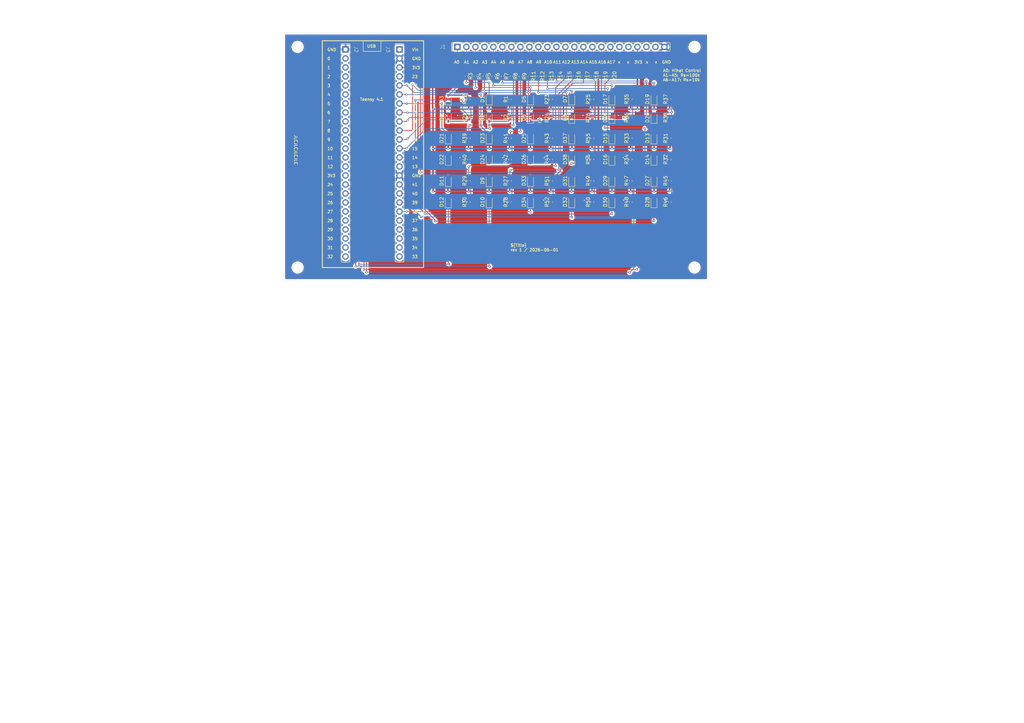
<source format=kicad_pcb>
(kicad_pcb (version 20241229) (generator "pcbnew") (generator_version "9.0")
  (title_block (title "${Title}") (date "${CURRENT_DATE}") (rev "${Revision}"))
  (layers (0 "F.Cu" signal) (2 "B.Cu" signal) (13 "F.Paste" user) (15 "B.Paste" user) (5 "F.SilkS" user "F.Silkscreen") (7 "B.SilkS" user "B.Silkscreen") (1 "F.Mask" user) (3 "B.Mask" user) (25 "Edge.Cuts" user))
  (property "Revision" "1")
  (property "Rp" "10k")
  (property "Rs" "10k")
  (property "Rs_high" "100k")
  (property "Title" "edrumulus 3hhh prototype with Teensy 4.1")
  (net 0 "")
  (net 1 "Net-(D1-A)")
  (net 2 "+3V3")
  (net 3 "GND")
  (net 4 "Net-(D3-A)")
  (net 5 "Net-(D5-A)")
  (net 6 "Net-(D7-A)")
  (net 7 "Net-(D10-K)")
  (net 8 "Net-(D11-A)")
  (net 9 "Net-(D13-A)")
  (net 10 "Net-(D15-A)")
  (net 11 "Net-(D17-A)")
  (net 12 "Net-(D19-A)")
  (net 13 "Net-(D21-A)")
  (net 14 "Net-(D23-A)")
  (net 15 "Net-(D25-A)")
  (net 16 "Net-(D27-A)")
  (net 17 "Net-(D29-A)")
  (net 18 "Net-(D31-A)")
  (net 19 "Net-(D33-A)")
  (net 20 "Net-(D37-A)")
  (net 21 "Net-(J1-Pin_18)")
  (net 22 "Net-(J1-Pin_15)")
  (net 23 "Net-(J1-Pin_8)")
  (net 24 "Net-(J1-Pin_6)")
  (net 25 "Net-(J1-Pin_11)")
  (net 26 "Net-(J1-Pin_5)")
  (net 27 "Net-(J1-Pin_16)")
  (net 28 "Net-(J1-Pin_7)")
  (net 29 "Net-(J1-Pin_14)")
  (net 30 "Net-(J1-Pin_10)")
  (net 31 "Net-(J1-Pin_9)")
  (net 32 "Net-(J1-Pin_3)")
  (net 33 "Net-(J1-Pin_12)")
  (net 34 "Net-(J1-Pin_2)")
  (net 35 "Net-(J1-Pin_17)")
  (net 36 "Net-(J1-Pin_4)")
  (net 37 "Net-(J1-Pin_13)")
  (net 63 "Net-(J3-Pin_13)")
  (footprint "edrumulus:1x24P Female Header Hong Cheng HC-PM254-8.5H-1x24PZ" (layer "F.Cu") (at 132.08 15.24)
    (property "Reference" "J1")
    (property "Value" "Conn_01x24_Socket")
  )
  (footprint "Diode_SMD:D_SOD-323" (layer "F.Cu") (at 175.679091 30 90)
    (property "Reference" "D17")
    (property "Value" "D")
  )
  (footprint "Resistor_SMD:R_0402_1005Metric" (layer "F.Cu") (at 146.910083 30.0225 90)
    (property "Reference" "R1")
    (property "Value" "10k")
  )
  (footprint "Resistor_SMD:R_0402_1005Metric" (layer "F.Cu") (at 192 30 90)
    (property "Reference" "R37")
    (property "Value" "10k")
  )
  (footprint "Resistor_SMD:R_0402_1005Metric" (layer "F.Cu") (at 192 41 90)
    (property "Reference" "R31")
    (property "Value" "10k")
  )
  (footprint "Resistor_SMD:R_0402_1005Metric" (layer "F.Cu") (at 192 35.2 90)
    (property "Reference" "R38")
    (property "Value" "10k")
  )
  (footprint "Resistor_SMD:R_0402_1005Metric" (layer "F.Cu") (at 181 53.01 90)
    (property "Reference" "R47")
    (property "Value" "10k")
  )
  (footprint "Diode_SMD:D_SOD-323" (layer "F.Cu") (at 187.556942 47 90)
    (property "Reference" "D14")
    (property "Value" "D")
  )
  (footprint "Resistor_SMD:R_0402_1005Metric" (layer "F.Cu") (at 158.523471 41.0225 90)
    (property "Reference" "R43")
    (property "Value" "10k")
  )
  (footprint "Diode_SMD:D_SOD-323" (layer "F.Cu") (at 152.716777 30 90)
    (property "Reference" "D5")
    (property "Value" "D")
  )
  (footprint "Diode_SMD:D_SOD-323" (layer "F.Cu") (at 152.716777 59 90)
    (property "Reference" "D34")
    (property "Value" "D")
  )
  (footprint "Diode_SMD:D_SOD-323" (layer "F.Cu") (at 141.037273 41 90)
    (property "Reference" "D23")
    (property "Value" "D")
  )
  (footprint "Resistor_SMD:R_0402_1005Metric" (layer "F.Cu") (at 158.523471 47.0225 90)
    (property "Reference" "R44")
    (property "Value" "10k")
  )
  (footprint "Diode_SMD:D_SOD-323" (layer "F.Cu") (at 175.679091 41 90)
    (property "Reference" "D15")
    (property "Value" "D")
  )
  (footprint "Resistor_SMD:R_0402_1005Metric" (layer "F.Cu") (at 135.296694 41.0225 90)
    (property "Reference" "R39")
    (property "Value" "10k")
  )
  (footprint "Resistor_SMD:R_0402_1005Metric" (layer "F.Cu") (at 146.910083 35.2225 90)
    (property "Reference" "R2")
    (property "Value" "10k")
  )
  (footprint "Resistor_SMD:R_0402_1005Metric" (layer "F.Cu") (at 146.910083 41.0225 90)
    (property "Reference" "R41")
    (property "Value" "10k")
  )
  (footprint "Resistor_SMD:R_0402_1005Metric" (layer "F.Cu") (at 181 47 90)
    (property "Reference" "R34")
    (property "Value" "10k")
  )
  (footprint "Resistor_SMD:R_0402_1005Metric" (layer "F.Cu") (at 157.48 23.51 -90)
    (property "Reference" "R13")
    (property "Value" "10k")
  )
  (footprint "Diode_SMD:D_SOD-323" (layer "F.Cu") (at 175.679091 47 90)
    (property "Reference" "D16")
    (property "Value" "D")
  )
  (footprint "Resistor_SMD:R_0402_1005Metric" (layer "F.Cu") (at 135.296694 47.0225 90)
    (property "Reference" "R40")
    (property "Value" "10k")
  )
  (footprint "Resistor_SMD:R_0402_1005Metric" (layer "F.Cu") (at 158.523471 35.2225 90)
    (property "Reference" "R24")
    (property "Value" "10k")
  )
  (footprint "Resistor_SMD:R_0402_1005Metric" (layer "F.Cu") (at 181 30 90)
    (property "Reference" "R35")
    (property "Value" "10k")
  )
  (footprint "Resistor_SMD:R_0402_1005Metric" (layer "F.Cu") (at 135.296694 53.0325 90)
    (property "Reference" "R29")
    (property "Value" "10k")
  )
  (footprint "Diode_SMD:D_SOD-323" (layer "F.Cu") (at 152.716777 47 90)
    (property "Reference" "D26")
    (property "Value" "D")
  )
  (footprint "Diode_SMD:D_SOD-323" (layer "F.Cu") (at 164.330165 41 90)
    (property "Reference" "D37")
    (property "Value" "D")
  )
  (footprint "Diode_SMD:D_SOD-323" (layer "F.Cu") (at 152.716777 35.2 90)
    (property "Reference" "D6")
    (property "Value" "D")
  )
  (footprint "Diode_SMD:D_SOD-323" (layer "F.Cu") (at 187.556942 59 90)
    (property "Reference" "D28")
    (property "Value" "D")
  )
  (footprint "Diode_SMD:D_SOD-323" (layer "F.Cu") (at 187.556942 41 90)
    (property "Reference" "D13")
    (property "Value" "D")
  )
  (footprint "Diode_SMD:D_SOD-323" (layer "F.Cu") (at 152.716777 53.01 90)
    (property "Reference" "D33")
    (property "Value" "D")
  )
  (footprint "Resistor_SMD:R_0402_1005Metric" (layer "F.Cu") (at 154.94 23.51 -90)
    (property "Reference" "R12")
    (property "Value" "10k")
  )
  (footprint "Resistor_SMD:R_0402_1005Metric" (layer "F.Cu") (at 170.136859 53.0325 90)
    (property "Reference" "R49")
    (property "Value" "10k")
  )
  (footprint "Resistor_SMD:R_0402_1005Metric" (layer "F.Cu") (at 170.136859 41.0225 90)
    (property "Reference" "R55")
    (property "Value" "10k")
  )
  (footprint "Resistor_SMD:R_0402_1005Metric" (layer "F.Cu") (at 134.62 23.51 -90)
    (property "Reference" "R3")
    (property "Value" "100k")
  )
  (footprint "Resistor_SMD:R_0402_1005Metric" (layer "F.Cu") (at 175.26 23.51 -90)
    (property "Reference" "R20")
    (property "Value" "10k")
  )
  (footprint "Diode_SMD:D_SOD-323" (layer "F.Cu") (at 164.330165 35.2 90)
    (property "Reference" "D8")
    (property "Value" "D")
  )
  (footprint "Resistor_SMD:R_0402_1005Metric" (layer "F.Cu") (at 135.296694 35.2225 90)
    (property "Reference" "R21")
    (property "Value" "10k")
  )
  (footprint "Resistor_SMD:R_0402_1005Metric" (layer "F.Cu") (at 170.18 23.51 -90)
    (property "Reference" "R18")
    (property "Value" "10k")
  )
  (footprint "Resistor_SMD:R_0402_1005Metric" (layer "F.Cu") (at 158.523471 59.0225 90)
    (property "Reference" "R52")
    (property "Value" "10k")
  )
  (footprint "Resistor_SMD:R_0402_1005Metric" (layer "F.Cu") (at 146.910083 47.0225 90)
    (property "Reference" "R42")
    (property "Value" "10k")
  )
  (footprint "Diode_SMD:D_SOD-323" (layer "F.Cu") (at 164.330165 53.01 90)
    (property "Reference" "D31")
    (property "Value" "D")
  )
  (footprint "Diode_SMD:D_SOD-323" (layer "F.Cu") (at 164.330165 47 90)
    (property "Reference" "D38")
    (property "Value" "D")
  )
  (footprint "Diode_SMD:D_SOD-323" (layer "F.Cu") (at 129.49 41 90)
    (property "Reference" "D21")
    (property "Value" "D")
  )
  (footprint "Resistor_SMD:R_0402_1005Metric" (layer "F.Cu") (at 149.86 23.51 -90)
    (property "Reference" "R9")
    (property "Value" "10k")
  )
  (footprint "Resistor_SMD:R_0402_1005Metric" (layer "F.Cu") (at 158.523471 30.0225 90)
    (property "Reference" "R23")
    (property "Value" "10k")
  )
  (footprint "Diode_SMD:D_SOD-323" (layer "F.Cu") (at 141.037273 35.2 90)
    (property "Reference" "D2")
    (property "Value" "D")
  )
  (footprint "Diode_SMD:D_SOD-323" (layer "F.Cu") (at 129.49 53.01 90)
    (property "Reference" "D11")
    (property "Value" "D")
  )
  (footprint "Diode_SMD:D_SOD-323" (layer "F.Cu") (at 141.037273 47 90)
    (property "Reference" "D24")
    (property "Value" "D")
  )
  (footprint "Diode_SMD:D_SOD-323" (layer "F.Cu") (at 164.330165 59 90)
    (property "Reference" "D32")
    (property "Value" "D")
  )
  (footprint "Resistor_SMD:R_0402_1005Metric" (layer "F.Cu") (at 170.136859 47.0225 90)
    (property "Reference" "R56")
    (property "Value" "10k")
  )
  (footprint "Resistor_SMD:R_0402_1005Metric" (layer "F.Cu") (at 181 41 90)
    (property "Reference" "R33")
    (property "Value" "10k")
  )
  (footprint "edrumulus:1x24P Female Header Hong Cheng HC-PM254-8.5H-1x24PZ" (layer "F.Cu") (at 115.74 15.96 -90)
    (property "Reference" "J3")
    (property "Value" "Conn_01x24_Socket")
  )
  (footprint "Resistor_SMD:R_0402_1005Metric" (layer "F.Cu") (at 146.910083 59.0225 90)
    (property "Reference" "R28")
    (property "Value" "10k")
  )
  (footprint "edrumulus:1x24P Female Header Hong Cheng HC-PM254-8.5H-1x24PZ" (layer "F.Cu") (at 100.5 15.96 -90)
    (property "Reference" "J2")
    (property "Value" "Conn_01x24_Socket")
  )
  (footprint "Resistor_SMD:R_0402_1005Metric" (layer "F.Cu") (at 192 53.01 90)
    (property "Reference" "R45")
    (property "Value" "10k")
  )
  (footprint "Resistor_SMD:R_0402_1005Metric" (layer "F.Cu") (at 160.02 23.51 -90)
    (property "Reference" "R14")
    (property "Value" "10k")
  )
  (footprint "Diode_SMD:D_SOD-323" (layer "F.Cu") (at 129.49 35.2 90)
    (property "Reference" "D4")
    (property "Value" "D")
  )
  (footprint "Resistor_SMD:R_0402_1005Metric" (layer "F.Cu") (at 144.8 23.51 -90)
    (property "Reference" "R7")
    (property "Value" "100k")
  )
  (footprint "Diode_SMD:D_SOD-323" (layer "F.Cu") (at 129.49 59 90)
    (property "Reference" "D12")
    (property "Value" "D")
  )
  (footprint "Resistor_SMD:R_0402_1005Metric" (layer "F.Cu") (at 142.24 23.51 -90)
    (property "Reference" "R6")
    (property "Value" "100k")
  )
  (footprint "Diode_SMD:D_SOD-323" (layer "F.Cu") (at 129.49 30 90)
    (property "Reference" "D3")
    (property "Value" "D")
  )
  (footprint "Resistor_SMD:R_0402_1005Metric" (layer "F.Cu") (at 162.56 23.51 -90)
    (property "Reference" "R15")
    (property "Value" "10k")
  )
  (footprint "Resistor_SMD:R_0402_1005Metric" (layer "F.Cu") (at 146.910083 53.0325 90)
    (property "Reference" "R27")
    (property "Value" "10k")
  )
  (footprint "Resistor_SMD:R_0402_1005Metric" (layer "F.Cu") (at 139.7 23.51 -90)
    (property "Reference" "R5")
    (property "Value" "100k")
  )
  (footprint "Resistor_SMD:R_0402_1005Metric" (layer "F.Cu") (at 158.523471 53.0325 90)
    (property "Reference" "R51")
    (property "Value" "10k")
  )
  (footprint "Diode_SMD:D_SOD-323" (layer "F.Cu") (at 175.679091 59 90)
    (property "Reference" "D30")
    (property "Value" "D")
  )
  (footprint "Resistor_SMD:R_0402_1005Metric" (layer "F.Cu") (at 147.32 23.51 -90)
    (property "Reference" "R8")
    (property "Value" "10k")
  )
  (footprint "Diode_SMD:D_SOD-323" (layer "F.Cu") (at 141.037273 59 90)
    (property "Reference" "D10")
    (property "Value" "D")
  )
  (footprint "Resistor_SMD:R_0402_1005Metric" (layer "F.Cu") (at 192 59 90)
    (property "Reference" "R46")
    (property "Value" "10k")
  )
  (footprint "Diode_SMD:D_SOD-323" (layer "F.Cu") (at 187.556942 30 90)
    (property "Reference" "D19")
    (property "Value" "D")
  )
  (footprint "Diode_SMD:D_SOD-323" (layer "F.Cu") (at 164.330165 30 90)
    (property "Reference" "D7")
    (property "Value" "D")
  )
  (footprint "Resistor_SMD:R_0402_1005Metric" (layer "F.Cu") (at 192 47 90)
    (property "Reference" "R32")
    (property "Value" "10k")
  )
  (footprint "Resistor_SMD:R_0402_1005Metric" (layer "F.Cu") (at 170.136859 35.2225 90)
    (property "Reference" "R26")
    (property "Value" "10k")
  )
  (footprint "Resistor_SMD:R_0402_1005Metric" (layer "F.Cu") (at 172.72 23.51 -90)
    (property "Reference" "R19")
    (property "Value" "10k")
  )
  (footprint "Diode_SMD:D_SOD-323" (layer "F.Cu") (at 175.679091 53.01 90)
    (property "Reference" "D29")
    (property "Value" "D")
  )
  (footprint "Resistor_SMD:R_0402_1005Metric" (layer "F.Cu") (at 170.136859 59.0225 90)
    (property "Reference" "R50")
    (property "Value" "10k")
  )
  (footprint "Diode_SMD:D_SOD-323" (layer "F.Cu") (at 141.037273 53.01 90)
    (property "Reference" "D9")
    (property "Value" "D")
  )
  (footprint "Diode_SMD:D_SOD-323" (layer "F.Cu") (at 187.556942 53.01 90)
    (property "Reference" "D27")
    (property "Value" "D")
  )
  (footprint "Resistor_SMD:R_0402_1005Metric" (layer "F.Cu") (at 167.64 23.51 -90)
    (property "Reference" "R17")
    (property "Value" "10k")
  )
  (footprint "Diode_SMD:D_SOD-323" (layer "F.Cu") (at 141.037273 30 90)
    (property "Reference" "D1")
    (property "Value" "D")
  )
  (footprint "Diode_SMD:D_SOD-323" (layer "F.Cu") (at 175.679091 35.2 90)
    (property "Reference" "D18")
    (property "Value" "D")
  )
  (footprint "Resistor_SMD:R_0402_1005Metric" (layer "F.Cu") (at 181 35.2 90)
    (property "Reference" "R36")
    (property "Value" "10k")
  )
  (footprint "Resistor_SMD:R_0402_1005Metric" (layer "F.Cu") (at 170.136859 30.0225 90)
    (property "Reference" "R25")
    (property "Value" "10k")
  )
  (footprint "Resistor_SMD:R_0402_1005Metric" (layer "F.Cu") (at 135.296694 30.0225 90)
    (property "Reference" "R22")
    (property "Value" "10k")
  )
  (footprint "Diode_SMD:D_SOD-323" (layer "F.Cu") (at 152.716777 41 90)
    (property "Reference" "D25")
    (property "Value" "D")
  )
  (footprint "Diode_SMD:D_SOD-323" (layer "F.Cu") (at 129.49 47 90)
    (property "Reference" "D22")
    (property "Value" "D")
  )
  (footprint "Resistor_SMD:R_0402_1005Metric" (layer "F.Cu") (at 165.1 23.51 -90)
    (property "Reference" "R16")
    (property "Value" "10k")
  )
  (footprint "Resistor_SMD:R_0402_1005Metric" (layer "F.Cu") (at 137.16 23.51 -90)
    (property "Reference" "R4")
    (property "Value" "100k")
  )
  (footprint "Diode_SMD:D_SOD-323" (layer "F.Cu") (at 187.556942 35.2 90)
    (property "Reference" "D20")
    (property "Value" "D")
  )
  (footprint "Resistor_SMD:R_0402_1005Metric" (layer "F.Cu") (at 181 59 90)
    (property "Reference" "R48")
    (property "Value" "10k")
  )
  (footprint "Resistor_SMD:R_0402_1005Metric" (layer "F.Cu") (at 152.4 23.51 -90)
    (property "Reference" "R11")
    (property "Value" "10k")
  )
  (footprint "Resistor_SMD:R_0402_1005Metric" (layer "F.Cu") (at 135.296694 59.0225 90)
    (property "Reference" "R30")
    (property "Value" "10k")
  )
  (gr_rect (start 93.96 13.5) (end 122.548 77.5) (stroke (width 0.254)) (fill no) (layer "F.SilkS"))
  (gr_rect (start 105.5 13.5) (end 110.5 16.5) (stroke (width 0.1524)) (fill no) (layer "F.SilkS"))
  (gr_circle (center 199 77.5) (end 200.25 77.5) (stroke (width 0.0381)) (fill no) (layer "Edge.Cuts"))
  (gr_circle (center 87 15.24) (end 88.25 15.24) (stroke (width 0.0381)) (fill no) (layer "Edge.Cuts"))
  (gr_circle (center 199 15.24) (end 200.25 15.24) (stroke (width 0.0381)) (fill no) (layer "Edge.Cuts"))
  (gr_rect (start 83 11.25) (end 203 81.25) (stroke (width 0.0381)) (fill no) (layer "Edge.Cuts"))
  (gr_circle (center 87 77.5) (end 88.25 77.5) (stroke (width 0.0381)) (fill no) (layer "Edge.Cuts"))
  (gr_text "15" (at 119.18 44.426 0) (layer "F.SilkS") (effects (font (size 0.8128 0.8128) (thickness 0.1524) (bold yes)) (justify left bottom)))
  (gr_text "GND" (at 95.304 16.486 0) (layer "F.SilkS") (effects (font (size 0.8128 0.8128) (thickness 0.1524) (bold yes)) (justify left bottom)))
  (gr_text "23" (at 119.18 24.106 0) (layer "F.SilkS") (effects (font (size 0.8128 0.8128) (thickness 0.1524) (bold yes)) (justify left bottom)))
  (gr_text "31" (at 95.304 72.366 0) (layer "F.SilkS") (effects (font (size 0.8128 0.8128) (thickness 0.1524) (bold yes)) (justify left bottom)))
  (gr_text "35" (at 119.18 69.826 0) (layer "F.SilkS") (effects (font (size 0.8128 0.8128) (thickness 0.1524) (bold yes)) (justify left bottom)))
  (gr_text "GND" (at 189.738 20 0) (layer "F.SilkS") (effects (font (size 0.8128 0.8128) (thickness 0.1524) (bold yes)) (justify left bottom)))
  (gr_text "10" (at 95.304 44.426 0) (layer "F.SilkS") (effects (font (size 0.8128 0.8128) (thickness 0.1524) (bold yes)) (justify left bottom)))
  (gr_text "21" (at 119.18 29.186 0) (layer "F.SilkS") (effects (font (size 0.8128 0.8128) (thickness 0.1524) (bold yes)) (justify left bottom)))
  (gr_text "A15" (at 169.164 20 0) (layer "F.SilkS") (effects (font (size 0.8128 0.8128) (thickness 0.1524) (bold yes)) (justify left bottom)))
  (gr_text "A9" (at 154.178 20 0) (layer "F.SilkS") (effects (font (size 0.8128 0.8128) (thickness 0.1524) (bold yes)) (justify left bottom)))
  (gr_text "39" (at 119.18 59.666 0) (layer "F.SilkS") (effects (font (size 0.8128 0.8128) (thickness 0.1524) (bold yes)) (justify left bottom)))
  (gr_text "41" (at 119.18 54.586 0) (layer "F.SilkS") (effects (font (size 0.8128 0.8128) (thickness 0.1524) (bold yes)) (justify left bottom)))
  (gr_text "27" (at 95.304 62.206 0) (layer "F.SilkS") (effects (font (size 0.8128 0.8128) (thickness 0.1524) (bold yes)) (justify left bottom)))
  (gr_text "28" (at 95.304 64.746 0) (layer "F.SilkS") (effects (font (size 0.8128 0.8128) (thickness 0.1524) (bold yes)) (justify left bottom)))
  (gr_text "14" (at 119.18 46.966 0) (layer "F.SilkS") (effects (font (size 0.8128 0.8128) (thickness 0.1524) (bold yes)) (justify left bottom)))
  (gr_text "A11" (at 159.004 20 0) (layer "F.SilkS") (effects (font (size 0.8128 0.8128) (thickness 0.1524) (bold yes)) (justify left bottom)))
  (gr_text "19" (at 119.18 34.266 0) (layer "F.SilkS") (effects (font (size 0.8128 0.8128) (thickness 0.1524) (bold yes)) (justify left bottom)))
  (gr_text "22" (at 119.18 26.646 0) (layer "F.SilkS") (effects (font (size 0.8128 0.8128) (thickness 0.1524) (bold yes)) (justify left bottom)))
  (gr_text "A14" (at 166.624 20 0) (layer "F.SilkS") (effects (font (size 0.8128 0.8128) (thickness 0.1524) (bold yes)) (justify left bottom)))
  (gr_text "x" (at 179.832 20 0) (layer "F.SilkS") (effects (font (size 0.8128 0.8128) (thickness 0.1524) (bold yes)) (justify left bottom)))
  (gr_text "3V3" (at 119.18 21.566 0) (layer "F.SilkS") (effects (font (size 0.8128 0.8128) (thickness 0.1524) (bold yes)) (justify left bottom)))
  (gr_text "A10" (at 156.464 20 0) (layer "F.SilkS") (effects (font (size 0.8128 0.8128) (thickness 0.1524) (bold yes)) (justify left bottom)))
  (gr_text "17" (at 119.18 39.346 0) (layer "F.SilkS") (effects (font (size 0.8128 0.8128) (thickness 0.1524) (bold yes)) (justify left bottom)))
  (gr_text "32" (at 95.304 74.906 0) (layer "F.SilkS") (effects (font (size 0.8128 0.8128) (thickness 0.1524) (bold yes)) (justify left bottom)))
  (gr_text "2" (at 95.304 24.106 0) (layer "F.SilkS") (effects (font (size 0.8128 0.8128) (thickness 0.1524) (bold yes)) (justify left bottom)))
  (gr_text "37" (at 119.18 64.746 0) (layer "F.SilkS") (effects (font (size 0.8128 0.8128) (thickness 0.1524) (bold yes)) (justify left bottom)))
  (gr_text "A3" (at 138.938 20 0) (layer "F.SilkS") (effects (font (size 0.8128 0.8128) (thickness 0.1524) (bold yes)) (justify left bottom)))
  (gr_text "A7" (at 149.098 20 0) (layer "F.SilkS") (effects (font (size 0.8128 0.8128) (thickness 0.1524) (bold yes)) (justify left bottom)))
  (gr_text "A1" (at 133.858 20 0) (layer "F.SilkS") (effects (font (size 0.8128 0.8128) (thickness 0.1524) (bold yes)) (justify left bottom)))
  (gr_text "GND" (at 119.18 52.046 0) (layer "F.SilkS") (effects (font (size 0.8128 0.8128) (thickness 0.1524) (bold yes)) (justify left bottom)))
  (gr_text "A6" (at 146.558 20 0) (layer "F.SilkS") (effects (font (size 0.8128 0.8128) (thickness 0.1524) (bold yes)) (justify left bottom)))
  (gr_text "x" (at 187.706 20 0) (layer "F.SilkS") (effects (font (size 0.8128 0.8128) (thickness 0.1524) (bold yes)) (justify left bottom)))
  (gr_text "34" (at 119.18 72.366 0) (layer "F.SilkS") (effects (font (size 0.8128 0.8128) (thickness 0.1524) (bold yes)) (justify left bottom)))
  (gr_text "GND" (at 119.18 19.026 0) (layer "F.SilkS") (effects (font (size 0.8128 0.8128) (thickness 0.1524) (bold yes)) (justify left bottom)))
  (gr_text "${TITLE}\nrev ${Revision} / ${CURRENT_DATE}" (at 147 73 0) (layer "F.SilkS") (effects (font (size 0.8128 0.8128) (thickness 0.1524) (bold yes)) (justify left bottom)))
  (gr_text "3" (at 95.304 26.646 0) (layer "F.SilkS") (effects (font (size 0.8128 0.8128) (thickness 0.1524) (bold yes)) (justify left bottom)))
  (gr_text "26" (at 95.304 59.666 0) (layer "F.SilkS") (effects (font (size 0.8128 0.8128) (thickness 0.1524) (bold yes)) (justify left bottom)))
  (gr_text "40" (at 119.18 57.126 0) (layer "F.SilkS") (effects (font (size 0.8128 0.8128) (thickness 0.1524) (bold yes)) (justify left bottom)))
  (gr_text "30" (at 95.304 69.826 0) (layer "F.SilkS") (effects (font (size 0.8128 0.8128) (thickness 0.1524) (bold yes)) (justify left bottom)))
  (gr_text "1" (at 95.304 21.566 0) (layer "F.SilkS") (effects (font (size 0.8128 0.8128) (thickness 0.1524) (bold yes)) (justify left bottom)))
  (gr_text "13" (at 119.18 49.506 0) (layer "F.SilkS") (effects (font (size 0.8128 0.8128) (thickness 0.1524) (bold yes)) (justify left bottom)))
  (gr_text "4" (at 95.304 29.186 0) (layer "F.SilkS") (effects (font (size 0.8128 0.8128) (thickness 0.1524) (bold yes)) (justify left bottom)))
  (gr_text "A0: Hihat Control\nA1-A5: Rs=100k\nA6-A17: Rs=10k" (at 190 25 0) (layer "F.SilkS") (effects (font (size 0.8128 0.8128) (thickness 0.1524) (bold yes)) (justify left bottom)))
  (gr_text "A5" (at 144.018 20 0) (layer "F.SilkS") (effects (font (size 0.8128 0.8128) (thickness 0.1524) (bold yes)) (justify left bottom)))
  (gr_text "33" (at 119.18 74.906 0) (layer "F.SilkS") (effects (font (size 0.8128 0.8128) (thickness 0.1524) (bold yes)) (justify left bottom)))
  (gr_text "x" (at 177.292 20 0) (layer "F.SilkS") (effects (font (size 0.8128 0.8128) (thickness 0.1524) (bold yes)) (justify left bottom)))
  (gr_text "A12" (at 161.544 20 0) (layer "F.SilkS") (effects (font (size 0.8128 0.8128) (thickness 0.1524) (bold yes)) (justify left bottom)))
  (gr_text "x" (at 185.166 20 0) (layer "F.SilkS") (effects (font (size 0.8128 0.8128) (thickness 0.1524) (bold yes)) (justify left bottom)))
  (gr_text "Vin" (at 119.18 16.486 0) (layer "F.SilkS") (effects (font (size 0.8128 0.8128) (thickness 0.1524) (bold yes)) (justify left bottom)))
  (gr_text "3V3" (at 95.304 52.046 0) (layer "F.SilkS") (effects (font (size 0.8128 0.8128) (thickness 0.1524) (bold yes)) (justify left bottom)))
  (gr_text "7" (at 95.304 36.806 0) (layer "F.SilkS") (effects (font (size 0.8128 0.8128) (thickness 0.1524) (bold yes)) (justify left bottom)))
  (gr_text "16" (at 119.18 41.886 0) (layer "F.SilkS") (effects (font (size 0.8128 0.8128) (thickness 0.1524) (bold yes)) (justify left bottom)))
  (gr_text "A13" (at 164.084 20 0) (layer "F.SilkS") (effects (font (size 0.8128 0.8128) (thickness 0.1524) (bold yes)) (justify left bottom)))
  (gr_text "8" (at 95.304 39.346 0) (layer "F.SilkS") (effects (font (size 0.8128 0.8128) (thickness 0.1524) (bold yes)) (justify left bottom)))
  (gr_text "A8" (at 151.638 20 0) (layer "F.SilkS") (effects (font (size 0.8128 0.8128) (thickness 0.1524) (bold yes)) (justify left bottom)))
  (gr_text "A2" (at 136.398 20 0) (layer "F.SilkS") (effects (font (size 0.8128 0.8128) (thickness 0.1524) (bold yes)) (justify left bottom)))
  (gr_text "38" (at 119.18 62.206 0) (layer "F.SilkS") (effects (font (size 0.8128 0.8128) (thickness 0.1524) (bold yes)) (justify left bottom)))
  (gr_text "A16" (at 171.704 20 0) (layer "F.SilkS") (effects (font (size 0.8128 0.8128) (thickness 0.1524) (bold yes)) (justify left bottom)))
  (gr_text "A17" (at 174.244 20 0) (layer "F.SilkS") (effects (font (size 0.8128 0.8128) (thickness 0.1524) (bold yes)) (justify left bottom)))
  (gr_text "A4" (at 141.478 20 0) (layer "F.SilkS") (effects (font (size 0.8128 0.8128) (thickness 0.1524) (bold yes)) (justify left bottom)))
  (gr_text "Teensy 4.1" (at 104.5 30.5 0) (layer "F.SilkS") (effects (font (size 0.8128 0.8128) (thickness 0.16256) (bold yes)) (justify left bottom)))
  (gr_text "9" (at 95.304 41.886 0) (layer "F.SilkS") (effects (font (size 0.8128 0.8128) (thickness 0.1524) (bold yes)) (justify left bottom)))
  (gr_text "18" (at 119.18 36.806 0) (layer "F.SilkS") (effects (font (size 0.8128 0.8128) (thickness 0.1524) (bold yes)) (justify left bottom)))
  (gr_text "3V3" (at 181.864 20 0) (layer "F.SilkS") (effects (font (size 0.8128 0.8128) (thickness 0.1524) (bold yes)) (justify left bottom)))
  (gr_text "20" (at 119.18 31.726 0) (layer "F.SilkS") (effects (font (size 0.8128 0.8128) (thickness 0.1524) (bold yes)) (justify left bottom)))
  (gr_text "36" (at 119.18 67.286 0) (layer "F.SilkS") (effects (font (size 0.8128 0.8128) (thickness 0.1524) (bold yes)) (justify left bottom)))
  (gr_text "6" (at 95.304 34.266 0) (layer "F.SilkS") (effects (font (size 0.8128 0.8128) (thickness 0.1524) (bold yes)) (justify left bottom)))
  (gr_text "24" (at 95.304 54.586 0) (layer "F.SilkS") (effects (font (size 0.8128 0.8128) (thickness 0.1524) (bold yes)) (justify left bottom)))
  (gr_text "5" (at 95.304 31.726 0) (layer "F.SilkS") (effects (font (size 0.8128 0.8128) (thickness 0.1524) (bold yes)) (justify left bottom)))
  (gr_text "12" (at 95.304 49.506 0) (layer "F.SilkS") (effects (font (size 0.8128 0.8128) (thickness 0.1524) (bold yes)) (justify left bottom)))
  (gr_text "29" (at 95.304 67.286 0) (layer "F.SilkS") (effects (font (size 0.8128 0.8128) (thickness 0.1524) (bold yes)) (justify left bottom)))
  (gr_text "25" (at 95.304 57.126 0) (layer "F.SilkS") (effects (font (size 0.8128 0.8128) (thickness 0.1524) (bold yes)) (justify left bottom)))
  (gr_text "JLCJLCJLCJLC" (at 86 40 270) (layer "F.SilkS") (effects (font (size 0.8128 0.8128) (thickness 0.1524) (bold yes)) (justify left bottom)))
  (gr_text "USB" (at 106.5 15.5 0) (layer "F.SilkS") (effects (font (size 0.8128 0.8128) (thickness 0.1524) (bold yes)) (justify left bottom)))
  (gr_text "A0" (at 131.064 20 0) (layer "F.SilkS") (effects (font (size 0.8128 0.8128) (thickness 0.1524) (bold yes)) (justify left bottom)))
  (gr_text "11" (at 95.304 46.966 0) (layer "F.SilkS") (effects (font (size 0.8128 0.8128) (thickness 0.1524) (bold yes)) (justify left bottom)))
  (gr_text "0" (at 95.304 19.026 0) (layer "F.SilkS") (effects (font (size 0.8128 0.8128) (thickness 0.1524) (bold yes)) (justify left bottom)))
  (segment (start 147.458083 35.1845) (end 146.910083 35.7325) (width 0.2) (layer "F.Cu") (net 1))
  (segment (start 134.62 24.02) (end 134.62 25.28) (width 0.2) (layer "F.Cu") (net 1))
  (segment (start 146.392583 36.25) (end 146.910083 35.7325) (width 0.2) (layer "F.Cu") (net 1))
  (segment (start 141.037273 36.25) (end 146.392583 36.25) (width 0.2) (layer "F.Cu") (net 1))
  (segment (start 141 25.7) (end 141.037273 25.737273) (width 0.2) (layer "F.Cu") (net 1))
  (segment (start 146.910083 29.5125) (end 147.458083 30.0605) (width 0.2) (layer "F.Cu") (net 1))
  (segment (start 115.74 43.9) (end 117.6 43.9) (width 0.2) (layer "F.Cu") (net 1))
  (segment (start 134.62 25.28) (end 134.6 25.3) (width 0.2) (layer "F.Cu") (net 1))
  (segment (start 141.2 38.3) (end 141.037273 38.137273) (width 0.2) (layer "F.Cu") (net 1))
  (segment (start 141.037273 38.137273) (end 141.037273 36.25) (width 0.2) (layer "F.Cu") (net 1))
  (segment (start 141.037273 28.95) (end 146.347583 28.95) (width 0.2) (layer "F.Cu") (net 1))
  (segment (start 147.458083 30.0605) (end 147.458083 35.1845) (width 0.2) (layer "F.Cu") (net 1))
  (segment (start 117.6 43.9) (end 117.7 43.8) (width 0.2) (layer "F.Cu") (net 1))
  (segment (start 141 25.3) (end 141 25.7) (width 0.2) (layer "F.Cu") (net 1))
  (segment (start 141.037273 25.737273) (end 141.037273 28.95) (width 0.2) (layer "F.Cu") (net 1))
  (segment (start 146.347583 28.95) (end 146.910083 29.5125) (width 0.2) (layer "F.Cu") (net 1))
  (via (at 141 25.3) (size 0.6) (drill 0.3) (layers "F.Cu" "B.Cu") (net 1))
  (via (at 141.2 38.3) (size 0.6) (drill 0.3) (layers "F.Cu" "B.Cu") (net 1))
  (via (at 117.7 43.8) (size 0.6) (drill 0.3) (layers "F.Cu" "B.Cu") (net 1))
  (via (at 134.6 25.3) (size 0.6) (drill 0.3) (layers "F.Cu" "B.Cu") (net 1))
  (segment (start 123.2 38.3) (end 141.2 38.3) (width 0.2) (layer "B.Cu") (net 1))
  (segment (start 117.7 43.8) (end 123.2 38.3) (width 0.2) (layer "B.Cu") (net 1))
  (segment (start 134.6 25.3) (end 141 25.3) (width 0.2) (layer "B.Cu") (net 1))
  (segment (start 129.5 43.9) (end 129.5 42.06) (width 0.4) (layer "F.Cu") (net 2))
  (segment (start 192 32.8) (end 192 30.51) (width 0.4) (layer "F.Cu") (net 2))
  (segment (start 129.5 32.8) (end 129.5 31.06) (width 0.4) (layer "F.Cu") (net 2))
  (segment (start 192.1 44) (end 192.1 41.61) (width 0.4) (layer "F.Cu") (net 2))
  (segment (start 135.3 53.545806) (end 135.296694 53.5425) (width 0.4) (layer "F.Cu") (net 2))
  (segment (start 152.7 43.9) (end 152.7 42.066777) (width 0.4) (layer "F.Cu") (net 2))
  (segment (start 146.9 53.552583) (end 146.910083 53.5425) (width 0.4) (layer "F.Cu") (net 2))
  (segment (start 141.1 42.112727) (end 141.037273 42.05) (width 0.4) (layer "F.Cu") (net 2))
  (segment (start 164.4 42.119835) (end 164.330165 42.05) (width 0.4) (layer "F.Cu") (net 2))
  (segment (start 135.2 43.9) (end 135.2 41.629194) (width 0.4) (layer "F.Cu") (net 2))
  (segment (start 158.5 53.565971) (end 158.523471 53.5425) (width 0.4) (layer "F.Cu") (net 2))
  (segment (start 164.3 31.080165) (end 164.330165 31.05) (width 0.4) (layer "F.Cu") (net 2))
  (segment (start 164.3 56) (end 164.3 54.090165) (width 0.4) (layer "F.Cu") (net 2))
  (segment (start 125.2 43.9) (end 125.2 56) (width 0.4) (layer "F.Cu") (net 2))
  (segment (start 152.7 54.076777) (end 152.716777 54.06) (width 0.4) (layer "F.Cu") (net 2))
  (segment (start 164.4 43.9) (end 164.4 42.119835) (width 0.4) (layer "F.Cu") (net 2))
  (segment (start 182.88 15.24) (end 182.88 32.78) (width 0.4) (layer "F.Cu") (net 2))
  (segment (start 129.5 42.06) (end 129.49 42.05) (width 0.4) (layer "F.Cu") (net 2))
  (segment (start 141 56) (end 141 54.097273) (width 0.4) (layer "F.Cu") (net 2))
  (segment (start 175.7 31.070909) (end 175.679091 31.05) (width 0.4) (layer "F.Cu") (net 2))
  (segment (start 175.7 42.070909) (end 175.679091 42.05) (width 0.4) (layer "F.Cu") (net 2))
  (segment (start 181 32.8) (end 181 30.51) (width 0.4) (layer "F.Cu") (net 2))
  (segment (start 170.1 56) (end 170.1 53.579359) (width 0.4) (layer "F.Cu") (net 2))
  (segment (start 192.1 41.61) (end 192 41.51) (width 0.4) (layer "F.Cu") (net 2))
  (segment (start 129.5 31.06) (end 129.49 31.05) (width 0.4) (layer "F.Cu") (net 2))
  (segment (start 187.6 54.103058) (end 187.556942 54.06) (width 0.4) (layer "F.Cu") (net 2))
  (segment (start 125.2 32.8) (end 125.2 43.9) (width 0.4) (layer "F.Cu") (net 2))
  (segment (start 187.6 42.093058) (end 187.556942 42.05) (width 0.4) (layer "F.Cu") (net 2))
  (segment (start 158.5 56) (end 158.5 53.565971) (width 0.4) (layer "F.Cu") (net 2))
  (segment (start 146.9 32.8) (end 146.9 30.542583) (width 0.4) (layer "F.Cu") (net 2))
  (segment (start 158.5 41.555971) (end 158.523471 41.5325) (width 0.4) (layer "F.Cu") (net 2))
  (segment (start 170.1 43.9) (end 170.1 41.569359) (width 0.4) (layer "F.Cu") (net 2))
  (segment (start 129.4 54.15) (end 129.49 54.06) (width 0.4) (layer "F.Cu") (net 2))
  (segment (start 152.7 42.066777) (end 152.716777 42.05) (width 0.4) (layer "F.Cu") (net 2))
  (segment (start 146.8 43.9) (end 146.8 41.642583) (width 0.4) (layer "F.Cu") (net 2))
  (segment (start 146.9 56) (end 146.9 53.552583) (width 0.4) (layer "F.Cu") (net 2))
  (segment (start 170.1 41.569359) (end 170.136859 41.5325) (width 0.4) (layer "F.Cu") (net 2))
  (segment (start 152.7 32.8) (end 152.7 31.066777) (width 0.4) (layer "F.Cu") (net 2))
  (segment (start 187.6 31.093058) (end 187.556942 31.05) (width 0.4) (layer "F.Cu") (net 2))
  (segment (start 181 56) (end 181 53.52) (width 0.4) (layer "F.Cu") (net 2))
  (segment (start 135.3 32.8) (end 135.3 30.535806) (width 0.4) (layer "F.Cu") (net 2))
  (segment (start 170.1 32.8) (end 170.1 30.569359) (width 0.4) (layer "F.Cu") (net 2))
  (segment (start 187.6 56) (end 187.6 54.103058) (width 0.4) (layer "F.Cu") (net 2))
  (segment (start 141.1 43.9) (end 141.1 42.112727) (width 0.4) (layer "F.Cu") (net 2))
  (segment (start 181 43.9) (end 181 41.51) (width 0.4) (layer "F.Cu") (net 2))
  (segment (start 115.74 21.04) (end 125.06 21.04) (width 0.4) (layer "F.Cu") (net 2))
  (segment (start 152.7 56) (end 152.7 54.076777) (width 0.4) (layer "F.Cu") (net 2))
  (segment (start 135.2 41.629194) (end 135.296694 41.5325) (width 0.4) (layer "F.Cu") (net 2))
  (segment (start 170.1 53.579359) (end 170.136859 53.5425) (width 0.4) (layer "F.Cu") (net 2))
  (segment (start 187.6 32.8) (end 187.6 31.093058) (width 0.4) (layer "F.Cu") (net 2))
  (segment (start 175.7 32.8) (end 175.7 31.070909) (width 0.4) (layer "F.Cu") (net 2))
  (segment (start 164.3 54.090165) (end 164.330165 54.06) (width 0.4) (layer "F.Cu") (net 2))
  (segment (start 175.7 54.080909) (end 175.679091 54.06) (width 0.4) (layer "F.Cu") (net 2))
  (segment (start 175.7 43.9) (end 175.7 42.070909) (width 0.4) (layer "F.Cu") (net 2))
  (segment (start 125.1 21) (end 125.1 32.7) (width 0.4) (layer "F.Cu") (net 2))
  (segment (start 158.5 30.555971) (end 158.523471 30.5325) (width 0.4) (layer "F.Cu") (net 2))
  (segment (start 135.3 56) (end 135.3 53.545806) (width 0.4) (layer "F.Cu") (net 2))
  (segment (start 125.1 32.7) (end 125.2 32.8) (width 0.4) (layer "F.Cu") (net 2))
  (segment (start 158.5 32.8) (end 158.5 30.555971) (width 0.4) (layer "F.Cu") (net 2))
  (segment (start 141 54.097273) (end 141.037273 54.06) (width 0.4) (layer "F.Cu") (net 2))
  (segment (start 170.1 30.569359) (end 170.136859 30.5325) (width 0.4) (layer "F.Cu") (net 2))
  (segment (start 158.5 43.9) (end 158.5 41.555971) (width 0.4) (layer "F.Cu") (net 2))
  (segment (start 141.037273 32.762727) (end 141 32.8) (width 0.4) (layer "F.Cu") (net 2))
  (segment (start 146.8 41.642583) (end 146.910083 41.5325) (width 0.4) (layer "F.Cu") (net 2))
  (segment (start 141.037273 31.05) (end 141.037273 32.762727) (width 0.4) (layer "F.Cu") (net 2))
  (segment (start 152.7 31.066777) (end 152.716777 31.05) (width 0.4) (layer "F.Cu") (net 2))
  (segment (start 175.7 56) (end 175.7 54.080909) (width 0.4) (layer "F.Cu") (net 2))
  (segment (start 135.3 30.535806) (end 135.296694 30.5325) (width 0.4) (layer "F.Cu") (net 2))
  (segment (start 187.6 43.9) (end 187.6 42.093058) (width 0.4) (layer "F.Cu") (net 2))
  (segment (start 129.4 56) (end 129.4 54.15) (width 0.4) (layer "F.Cu") (net 2))
  (segment (start 164.3 32.8) (end 164.3 31.080165) (width 0.4) (layer "F.Cu") (net 2))
  (segment (start 125.06 21.04) (end 125.1 21) (width 0.4) (layer "F.Cu") (net 2))
  (segment (start 182.88 32.78) (end 182.9 32.8) (width 0.4) (layer "F.Cu") (net 2))
  (segment (start 146.9 30.542583) (end 146.910083 30.5325) (width 0.4) (layer "F.Cu") (net 2))
  (segment (start 192 55.9) (end 192 53.52) (width 0.4) (layer "F.Cu") (net 2))
  (via (at 141 56) (size 0.6) (drill 0.3) (layers "F.Cu" "B.Cu") (net 2))
  (via (at 187.6 43.9) (size 0.6) (drill 0.3) (layers "F.Cu" "B.Cu") (net 2))
  (via (at 181 56) (size 0.6) (drill 0.3) (layers "F.Cu" "B.Cu") (net 2))
  (via (at 152.7 56) (size 0.6) (drill 0.3) (layers "F.Cu" "B.Cu") (net 2))
  (via (at 125.2 32.8) (size 0.6) (drill 0.3) (layers "F.Cu" "B.Cu") (net 2))
  (via (at 125.2 43.9) (size 0.6) (drill 0.3) (layers "F.Cu" "B.Cu") (net 2))
  (via (at 164.3 32.8) (size 0.6) (drill 0.3) (layers "F.Cu" "B.Cu") (net 2))
  (via (at 129.5 32.8) (size 0.6) (drill 0.3) (layers "F.Cu" "B.Cu") (net 2))
  (via (at 175.7 32.8) (size 0.6) (drill 0.3) (layers "F.Cu" "B.Cu") (net 2))
  (via (at 141 32.8) (size 0.6) (drill 0.3) (layers "F.Cu" "B.Cu") (net 2))
  (via (at 141.1 43.9) (size 0.6) (drill 0.3) (layers "F.Cu" "B.Cu") (net 2))
  (via (at 125.2 56) (size 0.6) (drill 0.3) (layers "F.Cu" "B.Cu") (net 2))
  (via (at 135.3 32.8) (size 0.6) (drill 0.3) (layers "F.Cu" "B.Cu") (net 2))
  (via (at 181 43.9) (size 0.6) (drill 0.3) (layers "F.Cu" "B.Cu") (net 2))
  (via (at 187.6 56) (size 0.6) (drill 0.3) (layers "F.Cu" "B.Cu") (net 2))
  (via (at 164.3 56) (size 0.6) (drill 0.3) (layers "F.Cu" "B.Cu") (net 2))
  (via (at 152.7 43.9) (size 0.6) (drill 0.3) (layers "F.Cu" "B.Cu") (net 2))
  (via (at 152.7 32.8) (size 0.6) (drill 0.3) (layers "F.Cu" "B.Cu") (net 2))
  (via (at 187.6 32.8) (size 0.6) (drill 0.3) (layers "F.Cu" "B.Cu") (net 2))
  (via (at 146.8 43.9) (size 0.6) (drill 0.3) (layers "F.Cu" "B.Cu") (net 2))
  (via (at 175.7 56) (size 0.6) (drill 0.3) (layers "F.Cu" "B.Cu") (net 2))
  (via (at 170.1 43.9) (size 0.6) (drill 0.3) (layers "F.Cu" "B.Cu") (net 2))
  (via (at 182.9 32.8) (size 0.6) (drill 0.3) (layers "F.Cu" "B.Cu") (net 2))
  (via (at 146.9 56) (size 0.6) (drill 0.3) (layers "F.Cu" "B.Cu") (net 2))
  (via (at 158.5 43.9) (size 0.6) (drill 0.3) (layers "F.Cu" "B.Cu") (net 2))
  (via (at 192.1 44) (size 0.6) (drill 0.3) (layers "F.Cu" "B.Cu") (net 2))
  (via (at 192 32.8) (size 0.6) (drill 0.3) (layers "F.Cu" "B.Cu") (net 2))
  (via (at 192 55.9) (size 0.6) (drill 0.3) (layers "F.Cu" "B.Cu") (net 2))
  (via (at 170.1 32.8) (size 0.6) (drill 0.3) (layers "F.Cu" "B.Cu") (net 2))
  (via (at 158.5 32.8) (size 0.6) (drill 0.3) (layers "F.Cu" "B.Cu") (net 2))
  (via (at 158.5 56) (size 0.6) (drill 0.3) (layers "F.Cu" "B.Cu") (net 2))
  (via (at 129.5 43.9) (size 0.6) (drill 0.3) (layers "F.Cu" "B.Cu") (net 2))
  (via (at 146.9 32.8) (size 0.6) (drill 0.3) (layers "F.Cu" "B.Cu") (net 2))
  (via (at 129.4 56) (size 0.6) (drill 0.3) (layers "F.Cu" "B.Cu") (net 2))
  (via (at 181 32.8) (size 0.6) (drill 0.3) (layers "F.Cu" "B.Cu") (net 2))
  (via (at 135.3 56) (size 0.6) (drill 0.3) (layers "F.Cu" "B.Cu") (net 2))
  (via (at 170.1 56) (size 0.6) (drill 0.3) (layers "F.Cu" "B.Cu") (net 2))
  (via (at 164.4 43.9) (size 0.6) (drill 0.3) (layers "F.Cu" "B.Cu") (net 2))
  (via (at 135.2 43.9) (size 0.6) (drill 0.3) (layers "F.Cu" "B.Cu") (net 2))
  (via (at 175.7 43.9) (size 0.6) (drill 0.3) (layers "F.Cu" "B.Cu") (net 2))
  (segment (start 187.6 43.9) (end 192 43.9) (width 0.4) (layer "B.Cu") (net 2))
  (segment (start 164.3 32.8) (end 170.1 32.8) (width 0.4) (layer "B.Cu") (net 2))
  (segment (start 164.4 43.9) (end 170.1 43.9) (width 0.4) (layer "B.Cu") (net 2))
  (segment (start 152.7 32.8) (end 158.5 32.8) (width 0.4) (layer "B.Cu") (net 2))
  (segment (start 129.4 56) (end 135.3 56) (width 0.4) (layer "B.Cu") (net 2))
  (segment (start 175.7 43.9) (end 181 43.9) (width 0.4) (layer "B.Cu") (net 2))
  (segment (start 146.9 32.8) (end 152.7 32.8) (width 0.4) (layer "B.Cu") (net 2))
  (segment (start 141.1 43.9) (end 146.8 43.9) (width 0.4) (layer "B.Cu") (net 2))
  (segment (start 187.6 32.8) (end 192 32.8) (width 0.4) (layer "B.Cu") (net 2))
  (segment (start 146.8 43.9) (end 152.7 43.9) (width 0.4) (layer "B.Cu") (net 2))
  (segment (start 182.9 32.8) (end 187.6 32.8) (width 0.4) (layer "B.Cu") (net 2))
  (segment (start 135.3 56) (end 141 56) (width 0.4) (layer "B.Cu") (net 2))
  (segment (start 129.5 32.8) (end 135.3 32.8) (width 0.4) (layer "B.Cu") (net 2))
  (segment (start 141 32.8) (end 146.9 32.8) (width 0.4) (layer "B.Cu") (net 2))
  (segment (start 175.7 32.8) (end 181 32.8) (width 0.4) (layer "B.Cu") (net 2))
  (segment (start 191.9 56) (end 192 55.9) (width 0.4) (layer "B.Cu") (net 2))
  (segment (start 158.5 56) (end 164.3 56) (width 0.4) (layer "B.Cu") (net 2))
  (segment (start 146.9 56) (end 152.7 56) (width 0.4) (layer "B.Cu") (net 2))
  (segment (start 164.3 56) (end 170.1 56) (width 0.4) (layer "B.Cu") (net 2))
  (segment (start 181 43.9) (end 187.6 43.9) (width 0.4) (layer "B.Cu") (net 2))
  (segment (start 152.7 56) (end 158.5 56) (width 0.4) (layer "B.Cu") (net 2))
  (segment (start 158.5 43.9) (end 164.4 43.9) (width 0.4) (layer "B.Cu") (net 2))
  (segment (start 158.5 32.8) (end 164.3 32.8) (width 0.4) (layer "B.Cu") (net 2))
  (segment (start 125.2 56) (end 129.4 56) (width 0.4) (layer "B.Cu") (net 2))
  (segment (start 170.1 56) (end 175.7 56) (width 0.4) (layer "B.Cu") (net 2))
  (segment (start 192 43.9) (end 192.1 44) (width 0.4) (layer "B.Cu") (net 2))
  (segment (start 125.2 43.9) (end 129.5 43.9) (width 0.4) (layer "B.Cu") (net 2))
  (segment (start 170.1 32.8) (end 175.7 32.8) (width 0.4) (layer "B.Cu") (net 2))
  (segment (start 135.2 43.9) (end 141.1 43.9) (width 0.4) (layer "B.Cu") (net 2))
  (segment (start 181 32.8) (end 182.9 32.8) (width 0.4) (layer "B.Cu") (net 2))
  (segment (start 175.7 56) (end 181 56) (width 0.4) (layer "B.Cu") (net 2))
  (segment (start 181 56) (end 187.6 56) (width 0.4) (layer "B.Cu") (net 2))
  (segment (start 187.6 56) (end 191.9 56) (width 0.4) (layer "B.Cu") (net 2))
  (segment (start 170.1 43.9) (end 175.7 43.9) (width 0.4) (layer "B.Cu") (net 2))
  (segment (start 125.2 32.8) (end 129.5 32.8) (width 0.4) (layer "B.Cu") (net 2))
  (segment (start 152.7 43.9) (end 158.5 43.9) (width 0.4) (layer "B.Cu") (net 2))
  (segment (start 141 56) (end 146.9 56) (width 0.4) (layer "B.Cu") (net 2))
  (segment (start 129.5 43.9) (end 135.2 43.9) (width 0.4) (layer "B.Cu") (net 2))
  (segment (start 135.3 32.8) (end 141 32.8) (width 0.4) (layer "B.Cu") (net 2))
  (segment (start 180.882 34.572) (end 181 34.69) (width 0.4) (layer "F.Cu") (net 3))
  (segment (start 170.124359 46.5) (end 170.136859 46.5125) (width 0.4) (layer "F.Cu") (net 3))
  (segment (start 155.778 34.15) (end 156.2 34.572) (width 0.4) (layer "F.Cu") (net 3))
  (segment (start 129.94 34.6) (end 129.49 34.15) (width 0.4) (layer "F.Cu") (net 3))
  (segment (start 168.3 46.5) (end 170.124359 46.5) (width 0.4) (layer "F.Cu") (net 3))
  (segment (start 164.330165 57.95) (end 167.35 57.95) (width 0.4) (layer "F.Cu") (net 3))
  (segment (start 167.35 57.95) (end 167.9 58.5) (width 0.4) (layer "F.Cu") (net 3))
  (segment (start 192 58.49) (end 190.61 58.49) (width 0.4) (layer "F.Cu") (net 3))
  (segment (start 158.510971 58.5) (end 158.523471 58.5125) (width 0.4) (layer "F.Cu") (net 3))
  (segment (start 141.037273 45.95) (end 144.35 45.95) (width 0.4) (layer "F.Cu") (net 3))
  (segment (start 141.037273 57.95) (end 144.55 57.95) (width 0.4) (layer "F.Cu") (net 3))
  (segment (start 178.35 45.95) (end 178.9 46.5) (width 0.4) (layer "F.Cu") (net 3))
  (segment (start 167.078 34.15) (end 167.5 34.572) (width 0.4) (layer "F.Cu") (net 3))
  (segment (start 156.05 45.95) (end 156.6 46.5) (width 0.4) (layer "F.Cu") (net 3))
  (segment (start 135.284194 58.5) (end 135.296694 58.5125) (width 0.4) (layer "F.Cu") (net 3))
  (segment (start 145.1 58.5) (end 146.897583 58.5) (width 0.4) (layer "F.Cu") (net 3))
  (segment (start 167.9 58.5) (end 170.124359 58.5) (width 0.4) (layer "F.Cu") (net 3))
  (segment (start 190.41 46.49) (end 190.4 46.5) (width 0.4) (layer "F.Cu") (net 3))
  (segment (start 152.716777 45.95) (end 156.05 45.95) (width 0.4) (layer "F.Cu") (net 3))
  (segment (start 175.679091 45.95) (end 178.35 45.95) (width 0.4) (layer "F.Cu") (net 3))
  (segment (start 190.61 58.49) (end 190.6 58.5) (width 0.4) (layer "F.Cu") (net 3))
  (segment (start 144.9 46.5) (end 146.897583 46.5) (width 0.4) (layer "F.Cu") (net 3))
  (segment (start 132.1 34.6) (end 129.94 34.6) (width 0.4) (layer "F.Cu") (net 3))
  (segment (start 132.25 45.95) (end 132.8 46.5) (width 0.4) (layer "F.Cu") (net 3))
  (segment (start 158.382971 34.572) (end 158.523471 34.7125) (width 0.4) (layer "F.Cu") (net 3))
  (segment (start 129.49 45.95) (end 132.25 45.95) (width 0.4) (layer "F.Cu") (net 3))
  (segment (start 192 46.49) (end 190.41 46.49) (width 0.4) (layer "F.Cu") (net 3))
  (segment (start 155.85 57.95) (end 156.4 58.5) (width 0.4) (layer "F.Cu") (net 3))
  (segment (start 156.2 34.572) (end 158.382971 34.572) (width 0.4) (layer "F.Cu") (net 3))
  (segment (start 190.05 34.15) (end 190.6 34.7) (width 0.4) (layer "F.Cu") (net 3))
  (segment (start 187.556942 45.95) (end 189.85 45.95) (width 0.4) (layer "F.Cu") (net 3))
  (segment (start 144.6 34.572) (end 146.769583 34.572) (width 0.4) (layer "F.Cu") (net 3))
  (segment (start 177.5 34.572) (end 180.882 34.572) (width 0.4) (layer "F.Cu") (net 3))
  (segment (start 146.769583 34.572) (end 146.910083 34.7125) (width 0.4) (layer "F.Cu") (net 3))
  (segment (start 169.996359 34.572) (end 170.136859 34.7125) (width 0.4) (layer "F.Cu") (net 3))
  (segment (start 152.716777 57.95) (end 155.85 57.95) (width 0.4) (layer "F.Cu") (net 3))
  (segment (start 170.124359 58.5) (end 170.136859 58.5125) (width 0.4) (layer "F.Cu") (net 3))
  (segment (start 146.897583 58.5) (end 146.910083 58.5125) (width 0.4) (layer "F.Cu") (net 3))
  (segment (start 144.55 57.95) (end 145.1 58.5) (width 0.4) (layer "F.Cu") (net 3))
  (segment (start 141.037273 34.15) (end 144.178 34.15) (width 0.4) (layer "F.Cu") (net 3))
  (segment (start 164.330165 34.15) (end 167.078 34.15) (width 0.4) (layer "F.Cu") (net 3))
  (segment (start 190.61 34.69) (end 190.6 34.7) (width 0.4) (layer "F.Cu") (net 3))
  (segment (start 129.49 57.95) (end 132.95 57.95) (width 0.4) (layer "F.Cu") (net 3))
  (segment (start 180.99 58.5) (end 181 58.49) (width 0.4) (layer "F.Cu") (net 3))
  (segment (start 144.35 45.95) (end 144.9 46.5) (width 0.4) (layer "F.Cu") (net 3))
  (segment (start 178.45 57.95) (end 179 58.5) (width 0.4) (layer "F.Cu") (net 3))
  (segment (start 158.510971 46.5) (end 158.523471 46.5125) (width 0.4) (layer "F.Cu") (net 3))
  (segment (start 156.6 46.5) (end 158.510971 46.5) (width 0.4) (layer "F.Cu") (net 3))
  (segment (start 132.95 57.95) (end 133.5 58.5) (width 0.4) (layer "F.Cu") (net 3))
  (segment (start 156.4 58.5) (end 158.510971 58.5) (width 0.4) (layer "F.Cu") (net 3))
  (segment (start 187.556942 34.15) (end 190.05 34.15) (width 0.4) (layer "F.Cu") (net 3))
  (segment (start 167.5 34.572) (end 169.996359 34.572) (width 0.4) (layer "F.Cu") (net 3))
  (segment (start 164.330165 45.95) (end 167.75 45.95) (width 0.4) (layer "F.Cu") (net 3))
  (segment (start 178.9 46.5) (end 180.99 46.5) (width 0.4) (layer "F.Cu") (net 3))
  (segment (start 192 34.69) (end 190.61 34.69) (width 0.4) (layer "F.Cu") (net 3))
  (segment (start 180.99 46.5) (end 181 46.49) (width 0.4) (layer "F.Cu") (net 3))
  (segment (start 179 58.5) (end 180.99 58.5) (width 0.4) (layer "F.Cu") (net 3))
  (segment (start 167.75 45.95) (end 168.3 46.5) (width 0.4) (layer "F.Cu") (net 3))
  (segment (start 187.556942 57.95) (end 190.05 57.95) (width 0.4) (layer "F.Cu") (net 3))
  (segment (start 144.178 34.15) (end 144.6 34.572) (width 0.4) (layer "F.Cu") (net 3))
  (segment (start 190.05 57.95) (end 190.6 58.5) (width 0.4) (layer "F.Cu") (net 3))
  (segment (start 146.897583 46.5) (end 146.910083 46.5125) (width 0.4) (layer "F.Cu") (net 3))
  (segment (start 132.8 46.5) (end 135.284194 46.5) (width 0.4) (layer "F.Cu") (net 3))
  (segment (start 189.85 45.95) (end 190.4 46.5) (width 0.4) (layer "F.Cu") (net 3))
  (segment (start 175.679091 34.15) (end 177.078 34.15) (width 0.4) (layer "F.Cu") (net 3))
  (segment (start 152.716777 34.15) (end 155.778 34.15) (width 0.4) (layer "F.Cu") (net 3))
  (segment (start 133.5 58.5) (end 135.284194 58.5) (width 0.4) (layer "F.Cu") (net 3))
  (segment (start 177.078 34.15) (end 177.5 34.572) (width 0.4) (layer "F.Cu") (net 3))
  (segment (start 135.284194 46.5) (end 135.296694 46.5125) (width 0.4) (layer "F.Cu") (net 3))
  (segment (start 175.679091 57.95) (end 178.45 57.95) (width 0.4) (layer "F.Cu") (net 3))
  (via (at 168.3 46.5) (size 0.6) (drill 0.3) (layers "F.Cu" "B.Cu") (net 3))
  (via (at 178.9 46.5) (size 0.6) (drill 0.3) (layers "F.Cu" "B.Cu") (net 3))
  (via (at 156.4 58.5) (size 0.6) (drill 0.3) (layers "F.Cu" "B.Cu") (net 3))
  (via (at 190.4 46.5) (size 0.6) (drill 0.3) (layers "F.Cu" "B.Cu") (net 3))
  (via (at 132.8 46.5) (size 0.6) (drill 0.3) (layers "F.Cu" "B.Cu") (net 3))
  (via (at 156.6 46.5) (size 0.6) (drill 0.3) (layers "F.Cu" "B.Cu") (net 3))
  (via (at 156.2 34.572) (size 0.6) (drill 0.3) (layers "F.Cu" "B.Cu") (net 3))
  (via (at 177.5 34.572) (size 0.6) (drill 0.3) (layers "F.Cu" "B.Cu") (net 3))
  (via (at 167.9 58.5) (size 0.6) (drill 0.3) (layers "F.Cu" "B.Cu") (net 3))
  (via (at 144.6 34.572) (size 0.6) (drill 0.3) (layers "F.Cu" "B.Cu") (net 3))
  (via (at 190.6 34.7) (size 0.6) (drill 0.3) (layers "F.Cu" "B.Cu") (net 3))
  (via (at 145.1 58.5) (size 0.6) (drill 0.3) (layers "F.Cu" "B.Cu") (net 3))
  (via (at 179 58.5) (size 0.6) (drill 0.3) (layers "F.Cu" "B.Cu") (net 3))
  (via (at 190.6 58.5) (size 0.6) (drill 0.3) (layers "F.Cu" "B.Cu") (net 3))
  (via (at 132.1 34.6) (size 0.6) (drill 0.3) (layers "F.Cu" "B.Cu") (net 3))
  (via (at 167.5 34.572) (size 0.6) (drill 0.3) (layers "F.Cu" "B.Cu") (net 3))
  (via (at 144.9 46.5) (size 0.6) (drill 0.3) (layers "F.Cu" "B.Cu") (net 3))
  (via (at 133.5 58.5) (size 0.6) (drill 0.3) (layers "F.Cu" "B.Cu") (net 3))
  (segment (start 177.5 34.572) (end 167.5 34.572) (width 0.4) (layer "B.Cu") (net 3))
  (segment (start 144.9 46.5) (end 132.8 46.5) (width 0.4) (layer "B.Cu") (net 3))
  (segment (start 167.9 58.5) (end 156.4 58.5) (width 0.4) (layer "B.Cu") (net 3))
  (segment (start 156.6 46.5) (end 144.9 46.5) (width 0.4) (layer "B.Cu") (net 3))
  (segment (start 132.128 34.572) (end 132.1 34.6) (width 0.4) (layer "B.Cu") (net 3))
  (segment (start 178.9 46.5) (end 168.3 46.5) (width 0.4) (layer "B.Cu") (net 3))
  (segment (start 190.6 34.7) (end 190.472 34.572) (width 0.4) (layer "B.Cu") (net 3))
  (segment (start 190.6 58.5) (end 179 58.5) (width 0.4) (layer "B.Cu") (net 3))
  (segment (start 156.2 34.572) (end 144.6 34.572) (width 0.4) (layer "B.Cu") (net 3))
  (segment (start 145.1 58.5) (end 133.5 58.5) (width 0.4) (layer "B.Cu") (net 3))
  (segment (start 167.5 34.572) (end 156.2 34.572) (width 0.4) (layer "B.Cu") (net 3))
  (segment (start 190.472 34.572) (end 177.5 34.572) (width 0.4) (layer "B.Cu") (net 3))
  (segment (start 190.4 46.5) (end 178.9 46.5) (width 0.4) (layer "B.Cu") (net 3))
  (segment (start 156.4 58.5) (end 145.1 58.5) (width 0.4) (layer "B.Cu") (net 3))
  (segment (start 144.6 34.572) (end 132.128 34.572) (width 0.4) (layer "B.Cu") (net 3))
  (segment (start 168.3 46.5) (end 156.6 46.5) (width 0.4) (layer "B.Cu") (net 3))
  (segment (start 179 58.5) (end 167.9 58.5) (width 0.4) (layer "B.Cu") (net 3))
  (segment (start 135.9 35.129194) (end 135.296694 35.7325) (width 0.2) (layer "F.Cu") (net 4))
  (segment (start 134.734194 28.95) (end 135.296694 29.5125) (width 0.2) (layer "F.Cu") (net 4))
  (segment (start 134.779194 36.25) (end 135.296694 35.7325) (width 0.2) (layer "F.Cu") (net 4))
  (segment (start 129.49 36.25) (end 134.779194 36.25) (width 0.2) (layer "F.Cu") (net 4))
  (segment (start 132.08 15.24) (end 132.08 26.36) (width 0.2) (layer "F.Cu") (net 4))
  (segment (start 129.49 28.95) (end 134.734194 28.95) (width 0.2) (layer "F.Cu") (net 4))
  (segment (start 135.9 30.115806) (end 135.9 35.129194) (width 0.2) (layer "F.Cu") (net 4))
  (segment (start 135.296694 29.5125) (end 135.9 30.115806) (width 0.2) (layer "F.Cu") (net 4))
  (segment (start 132.08 26.36) (end 129.49 28.95) (width 0.2) (layer "F.Cu") (net 4))
  (segment (start 137.16 24.02) (end 137.16 26.66) (width 0.2) (layer "F.Cu") (net 5))
  (segment (start 152.716777 36.25) (end 155.4 36.25) (width 0.2) (layer "F.Cu") (net 5))
  (segment (start 152.716777 28.95) (end 157.960971 28.95) (width 0.2) (layer "F.Cu") (net 5))
  (segment (start 152.7 26.7) (end 152.716777 26.716777) (width 0.2) (layer "F.Cu") (net 5))
  (segment (start 157.960971 28.95) (end 158.523471 29.5125) (width 0.2) (layer "F.Cu") (net 5))
  (segment (start 155.3 36.15) (end 155.4 36.25) (width 0.2) (layer "F.Cu") (net 5))
  (segment (start 155.4 36.25) (end 158.005971 36.25) (width 0.2) (layer "F.Cu") (net 5))
  (segment (start 159.071471 30.0605) (end 159.071471 35.1845) (width 0.2) (layer "F.Cu") (net 5))
  (segment (start 159.071471 35.1845) (end 158.523471 35.7325) (width 0.2) (layer "F.Cu") (net 5))
  (segment (start 158.523471 29.5125) (end 159.071471 30.0605) (width 0.2) (layer "F.Cu") (net 5))
  (segment (start 155.3 35.8) (end 155.3 36.15) (width 0.2) (layer "F.Cu") (net 5))
  (segment (start 115.74 41.36) (end 117.74 41.36) (width 0.2) (layer "F.Cu") (net 5))
  (segment (start 158.005971 36.25) (end 158.523471 35.7325) (width 0.2) (layer "F.Cu") (net 5))
  (segment (start 137.16 26.66) (end 137.2 26.7) (width 0.2) (layer "F.Cu") (net 5))
  (segment (start 152.716777 26.716777) (end 152.716777 28.95) (width 0.2) (layer "F.Cu") (net 5))
  (segment (start 117.74 41.36) (end 118.05 41.05) (width 0.2) (layer "F.Cu") (net 5))
  (via (at 152.7 26.7) (size 0.6) (drill 0.3) (layers "F.Cu" "B.Cu") (net 5))
  (via (at 137.2 26.7) (size 0.6) (drill 0.3) (layers "F.Cu" "B.Cu") (net 5))
  (via (at 155.3 35.8) (size 0.6) (drill 0.3) (layers "F.Cu" "B.Cu") (net 5))
  (via (at 118.05 41.05) (size 0.6) (drill 0.3) (layers "F.Cu" "B.Cu") (net 5))
  (segment (start 118.05 41.05) (end 123.3 35.8) (width 0.2) (layer "B.Cu") (net 5))
  (segment (start 123.3 35.8) (end 155.3 35.8) (width 0.2) (layer "B.Cu") (net 5))
  (segment (start 137.2 26.7) (end 152.7 26.7) (width 0.2) (layer "B.Cu") (net 5))
  (segment (start 164.330165 36.25) (end 169.619359 36.25) (width 0.2) (layer "F.Cu") (net 6))
  (segment (start 164.4 27.7) (end 164.4 28.880165) (width 0.2) (layer "F.Cu") (net 6))
  (segment (start 164.4 28.880165) (end 164.330165 28.95) (width 0.2) (layer "F.Cu") (net 6))
  (segment (start 164.330165 28.95) (end 169.574359 28.95) (width 0.2) (layer "F.Cu") (net 6))
  (segment (start 115.74 38.82) (end 119.18 38.82) (width 0.2) (layer "F.Cu") (net 6))
  (segment (start 119.18 38.82) (end 119.4 38.6) (width 0.2) (layer "F.Cu") (net 6))
  (segment (start 119.4 38.6) (end 119.4 25.9) (width 0.2) (layer "F.Cu") (net 6))
  (segment (start 170.136859 29.5125) (end 170.7 30.075641) (width 0.2) (layer "F.Cu") (net 6))
  (segment (start 170.7 35.169359) (end 170.136859 35.7325) (width 0.2) (layer "F.Cu") (net 6))
  (segment (start 139.7 24.02) (end 139.7 27.5) (width 0.2) (layer "F.Cu") (net 6))
  (segment (start 169.619359 36.25) (end 170.136859 35.7325) (width 0.2) (layer "F.Cu") (net 6))
  (segment (start 169.574359 28.95) (end 170.136859 29.5125) (width 0.2) (layer "F.Cu") (net 6))
  (segment (start 170.7 30.075641) (end 170.7 35.169359) (width 0.2) (layer "F.Cu") (net 6))
  (via (at 119.4 25.9) (size 0.6) (drill 0.3) (layers "F.Cu" "B.Cu") (net 6))
  (via (at 139.7 27.5) (size 0.6) (drill 0.3) (layers "F.Cu" "B.Cu") (net 6))
  (via (at 164.4 27.7) (size 0.6) (drill 0.3) (layers "F.Cu" "B.Cu") (net 6))
  (segment (start 164.2 27.5) (end 164.4 27.7) (width 0.2) (layer "B.Cu") (net 6))
  (segment (start 139.7 27.5) (end 164.2 27.5) (width 0.2) (layer "B.Cu") (net 6))
  (segment (start 119.4 25.9) (end 121 27.5) (width 0.2) (layer "B.Cu") (net 6))
  (segment (start 121 27.5) (end 139.7 27.5) (width 0.2) (layer "B.Cu") (net 6))
  (segment (start 147.458083 58.9845) (end 146.910083 59.5325) (width 0.2) (layer "F.Cu") (net 7))
  (segment (start 165.1 24.02) (end 160.7 28.42) (width 0.2) (layer "F.Cu") (net 7))
  (segment (start 141.037273 60.05) (end 146.392583 60.05) (width 0.2) (layer "F.Cu") (net 7))
  (segment (start 141.037273 51.96) (end 146.347583 51.96) (width 0.2) (layer "F.Cu") (net 7))
  (segment (start 103.4 61.7) (end 103.4 77.1) (width 0.2) (layer "F.Cu") (net 7))
  (segment (start 147.1 50) (end 146.910083 50.189917) (width 0.2) (layer "F.Cu") (net 7))
  (segment (start 146.910083 52.5225) (end 147.458083 53.0705) (width 0.2) (layer "F.Cu") (net 7))
  (segment (start 146.910083 50.189917) (end 146.910083 52.5225) (width 0.2) (layer "F.Cu") (net 7))
  (segment (start 146.347583 51.96) (end 146.910083 52.5225) (width 0.2) (layer "F.Cu") (net 7))
  (segment (start 160.7 28.42) (end 160.7 49.9) (width 0.2) (layer "F.Cu") (net 7))
  (segment (start 100.5 61.68) (end 103.38 61.68) (width 0.2) (layer "F.Cu") (net 7))
  (segment (start 103.38 61.68) (end 103.4 61.7) (width 0.2) (layer "F.Cu") (net 7))
  (segment (start 141.037273 77.037273) (end 141.037273 60.05) (width 0.2) (layer "F.Cu") (net 7))
  (segment (start 146.392583 60.05) (end 146.910083 59.5325) (width 0.2) (layer "F.Cu") (net 7))
  (segment (start 141.2 77.2) (end 141.037273 77.037273) (width 0.2) (layer "F.Cu") (net 7))
  (segment (start 147.458083 53.0705) (end 147.458083 58.9845) (width 0.2) (layer "F.Cu") (net 7))
  (via (at 160.7 49.9) (size 0.6) (drill 0.3) (layers "F.Cu" "B.Cu") (net 7))
  (via (at 141.2 77.2) (size 0.6) (drill 0.3) (layers "F.Cu" "B.Cu") (net 7))
  (via (at 147.1 50) (size 0.6) (drill 0.3) (layers "F.Cu" "B.Cu") (net 7))
  (via (at 103.4 77.1) (size 0.6) (drill 0.3) (layers "F.Cu" "B.Cu") (net 7))
  (segment (start 147.2 49.9) (end 147.1 50) (width 0.2) (layer "B.Cu") (net 7))
  (segment (start 141.1 77.1) (end 141.2 77.2) (width 0.2) (layer "B.Cu") (net 7))
  (segment (start 103.4 77.1) (end 141.1 77.1) (width 0.2) (layer "B.Cu") (net 7))
  (segment (start 160.7 49.9) (end 147.2 49.9) (width 0.2) (layer "B.Cu") (net 7))
  (segment (start 104.3 59.2) (end 104.3 76.573) (width 0.2) (layer "F.Cu") (net 8))
  (segment (start 129.49 76.29) (end 129.49 60.05) (width 0.2) (layer "F.Cu") (net 8))
  (segment (start 135.844694 53.0705) (end 135.844694 58.9845) (width 0.2) (layer "F.Cu") (net 8))
  (segment (start 135.844694 58.9845) (end 135.296694 59.5325) (width 0.2) (layer "F.Cu") (net 8))
  (segment (start 100.5 59.14) (end 104.24 59.14) (width 0.2) (layer "F.Cu") (net 8))
  (segment (start 129.7 76.5) (end 129.49 76.29) (width 0.2) (layer "F.Cu") (net 8))
  (segment (start 104.24 59.14) (end 104.3 59.2) (width 0.2) (layer "F.Cu") (net 8))
  (segment (start 135.296694 52.5225) (end 135.844694 53.0705) (width 0.2) (layer "F.Cu") (net 8))
  (segment (start 129.49 60.05) (end 134.779194 60.05) (width 0.2) (layer "F.Cu") (net 8))
  (segment (start 129.49 51.96) (end 134.734194 51.96) (width 0.2) (layer "F.Cu") (net 8))
  (segment (start 134.779194 60.05) (end 135.296694 59.5325) (width 0.2) (layer "F.Cu") (net 8))
  (segment (start 162.56 24.02) (end 159.8 26.78) (width 0.2) (layer "F.Cu") (net 8))
  (segment (start 135.3 49) (end 135.296694 49.003306) (width 0.2) (layer "F.Cu") (net 8))
  (segment (start 134.734194 51.96) (end 135.296694 52.5225) (width 0.2) (layer "F.Cu") (net 8))
  (segment (start 159.8 26.78) (end 159.8 48.8) (width 0.2) (layer "F.Cu") (net 8))
  (segment (start 135.296694 49.003306) (end 135.296694 52.5225) (width 0.2) (layer "F.Cu") (net 8))
  (via (at 159.8 48.8) (size 0.6) (drill 0.3) (layers "F.Cu" "B.Cu") (net 8))
  (via (at 104.3 76.573) (size 0.6) (drill 0.3) (layers "F.Cu" "B.Cu") (net 8))
  (via (at 135.3 49) (size 0.6) (drill 0.3) (layers "F.Cu" "B.Cu") (net 8))
  (via (at 129.7 76.5) (size 0.6) (drill 0.3) (layers "F.Cu" "B.Cu") (net 8))
  (segment (start 159.8 48.8) (end 135.5 48.8) (width 0.2) (layer "B.Cu") (net 8))
  (segment (start 129.627 76.573) (end 129.7 76.5) (width 0.2) (layer "B.Cu") (net 8))
  (segment (start 135.5 48.8) (end 135.3 49) (width 0.2) (layer "B.Cu") (net 8))
  (segment (start 104.3 76.573) (end 129.627 76.573) (width 0.2) (layer "B.Cu") (net 8))
  (segment (start 191.46 48.05) (end 192 47.51) (width 0.2) (layer "F.Cu") (net 9))
  (segment (start 100.5 56.6) (end 104 56.6) (width 0.2) (layer "F.Cu") (net 9))
  (segment (start 187.556942 39.95) (end 191.46 39.95) (width 0.2) (layer "F.Cu") (net 9))
  (segment (start 191.46 39.95) (end 192 40.49) (width 0.2) (layer "F.Cu") (net 9))
  (segment (start 160.02 24.793) (end 160.1 24.873) (width 0.2) (layer "F.Cu") (net 9))
  (segment (start 192.876 48.386) (end 192 47.51) (width 0.2) (layer "F.Cu") (net 9))
  (segment (start 192.8 46.71) (end 192 47.51) (width 0.2) (layer "F.Cu") (net 9))
  (segment (start 192.876 67.824) (end 192.876 48.386) (width 0.2) (layer "F.Cu") (net 9))
  (segment (start 187.556942 48.05) (end 191.46 48.05) (width 0.2) (layer "F.Cu") (net 9))
  (segment (start 160.02 24.02) (end 160.02 24.793) (width 0.2) (layer "F.Cu") (net 9))
  (segment (start 104 56.6) (end 105.7 58.3) (width 0.2) (layer "F.Cu") (net 9))
  (segment (start 192.8 41.29) (end 192.8 46.71) (width 0.2) (layer "F.Cu") (net 9))
  (segment (start 185.4 24.873) (end 185.4 37.793058) (width 0.2) (layer "F.Cu") (net 9))
  (segment (start 185.4 37.793058) (end 187.556942 39.95) (width 0.2) (layer "F.Cu") (net 9))
  (segment (start 192 40.49) (end 192.8 41.29) (width 0.2) (layer "F.Cu") (net 9))
  (segment (start 182.7 78) (end 192.876 67.824) (width 0.2) (layer "F.Cu") (net 9))
  (segment (start 105.7 58.3) (end 105.7 78.1) (width 0.2) (layer "F.Cu") (net 9))
  (via (at 105.7 78.1) (size 0.6) (drill 0.3) (layers "F.Cu" "B.Cu") (net 9))
  (via (at 185.4 24.873) (size 0.6) (drill 0.3) (layers "F.Cu" "B.Cu") (net 9))
  (via (at 160.1 24.873) (size 0.6) (drill 0.3) (layers "F.Cu" "B.Cu") (net 9))
  (via (at 182.7 78) (size 0.6) (drill 0.3) (layers "F.Cu" "B.Cu") (net 9))
  (segment (start 182.6 78.1) (end 182.7 78) (width 0.2) (layer "B.Cu") (net 9))
  (segment (start 160.1 24.873) (end 185.4 24.873) (width 0.2) (layer "B.Cu") (net 9))
  (segment (start 105.7 78.1) (end 182.6 78.1) (width 0.2) (layer "B.Cu") (net 9))
  (segment (start 181.548 41.038) (end 181.548 46.962) (width 0.2) (layer "F.Cu") (net 10))
  (segment (start 180.7 78.9) (end 181.876 77.724) (width 0.2) (layer "F.Cu") (net 10))
  (segment (start 180.46 48.05) (end 181 47.51) (width 0.2) (layer "F.Cu") (net 10))
  (segment (start 181 40.49) (end 181.548 41.038) (width 0.2) (layer "F.Cu") (net 10))
  (segment (start 181.876 48.386) (end 181 47.51) (width 0.2) (layer "F.Cu") (net 10))
  (segment (start 100.5 54.06) (end 100.84 54.4) (width 0.2) (layer "F.Cu") (net 10))
  (segment (start 181.876 77.724) (end 181.876 48.386) (width 0.2) (layer "F.Cu") (net 10))
  (segment (start 157.48 26.953) (end 157.5 26.973) (width 0.2) (layer "F.Cu") (net 10))
  (segment (start 157.48 24.02) (end 157.48 26.953) (width 0.2) (layer "F.Cu") (net 10))
  (segment (start 175.679091 39.95) (end 180.46 39.95) (width 0.2) (layer "F.Cu") (net 10))
  (segment (start 100.84 54.4) (end 104.8 54.4) (width 0.2) (layer "F.Cu") (net 10))
  (segment (start 174.5 38.770909) (end 175.679091 39.95) (width 0.2) (layer "F.Cu") (net 10))
  (segment (start 174.5 27) (end 174.5 38.770909) (width 0.2) (layer "F.Cu") (net 10))
  (segment (start 104.8 54.4) (end 106.4 56) (width 0.2) (layer "F.Cu") (net 10))
  (segment (start 180.46 39.95) (end 181 40.49) (width 0.2) (layer "F.Cu") (net 10))
  (segment (start 181.548 46.962) (end 181 47.51) (width 0.2) (layer "F.Cu") (net 10))
  (segment (start 175.679091 48.05) (end 180.46 48.05) (width 0.2) (layer "F.Cu") (net 10))
  (segment (start 106.4 56) (end 106.4 78.8) (width 0.2) (layer "F.Cu") (net 10))
  (via (at 157.5 26.973) (size 0.6) (drill 0.3) (layers "F.Cu" "B.Cu") (net 10))
  (via (at 174.5 27) (size 0.6) (drill 0.3) (layers "F.Cu" "B.Cu") (net 10))
  (via (at 180.7 78.9) (size 0.6) (drill 0.3) (layers "F.Cu" "B.Cu") (net 10))
  (via (at 106.4 78.8) (size 0.6) (drill 0.3) (layers "F.Cu" "B.Cu") (net 10))
  (segment (start 174.473 26.973) (end 174.5 27) (width 0.2) (layer "B.Cu") (net 10))
  (segment (start 106.4 78.8) (end 180.6 78.8) (width 0.2) (layer "B.Cu") (net 10))
  (segment (start 157.5 26.973) (end 174.473 26.973) (width 0.2) (layer "B.Cu") (net 10))
  (segment (start 180.6 78.8) (end 180.7 78.9) (width 0.2) (layer "B.Cu") (net 10))
  (segment (start 181 29.49) (end 181.548 30.038) (width 0.2) (layer "F.Cu") (net 11))
  (segment (start 179.3 35.2) (end 180.49 35.2) (width 0.2) (layer "F.Cu") (net 11))
  (segment (start 181.548 35.162) (end 181 35.71) (width 0.2) (layer "F.Cu") (net 11))
  (segment (start 142.24 24.02) (end 142.24 26.06) (width 0.2) (layer "F.Cu") (net 11))
  (segment (start 115.74 36.28) (end 117.72 36.28) (width 0.2) (layer "F.Cu") (net 11))
  (segment (start 180.46 36.25) (end 181 35.71) (width 0.2) (layer "F.Cu") (net 11))
  (segment (start 142.24 26.06) (end 142.2 26.1) (width 0.2) (layer "F.Cu") (net 11))
  (segment (start 180.49 35.2) (end 181 35.71) (width 0.2) (layer "F.Cu") (net 11))
  (segment (start 181.548 30.038) (end 181.548 35.162) (width 0.2) (layer "F.Cu") (net 11))
  (segment (start 175.679091 26.120909) (end 175.679091 28.95) (width 0.2) (layer "F.Cu") (net 11))
  (segment (start 175.679091 36.25) (end 180.46 36.25) (width 0.2) (layer "F.Cu") (net 11))
  (segment (start 175.679091 28.95) (end 180.46 28.95) (width 0.2) (layer "F.Cu") (net 11))
  (segment (start 175.7 26.1) (end 175.679091 26.120909) (width 0.2) (layer "F.Cu") (net 11))
  (segment (start 117.72 36.28) (end 118 36) (width 0.2) (layer "F.Cu") (net 11))
  (segment (start 180.46 28.95) (end 181 29.49) (width 0.2) (layer "F.Cu") (net 11))
  (via (at 175.7 26.1) (size 0.6) (drill 0.3) (layers "F.Cu" "B.Cu") (net 11))
  (via (at 179.3 35.2) (size 0.6) (drill 0.3) (layers "F.Cu" "B.Cu") (net 11))
  (via (at 142.2 26.1) (size 0.6) (drill 0.3) (layers "F.Cu" "B.Cu") (net 11))
  (via (at 118 36) (size 0.6) (drill 0.3) (layers "F.Cu" "B.Cu") (net 11))
  (segment (start 142.2 26.1) (end 175.7 26.1) (width 0.2) (layer "B.Cu") (net 11))
  (segment (start 118 35.8) (end 118.6 35.2) (width 0.2) (layer "B.Cu") (net 11))
  (segment (start 118 36) (end 118 35.8) (width 0.2) (layer "B.Cu") (net 11))
  (segment (start 118.6 35.2) (end 179.3 35.2) (width 0.2) (layer "B.Cu") (net 11))
  (segment (start 187.556942 28.95) (end 191.46 28.95) (width 0.2) (layer "F.Cu") (net 12))
  (segment (start 187.6 25.4) (end 187.556942 25.443058) (width 0.2) (layer "F.Cu") (net 12))
  (segment (start 192.548 33.7) (end 192.548 35.162) (width 0.2) (layer "F.Cu") (net 12))
  (segment (start 192.548 35.162) (end 192 35.71) (width 0.2) (layer "F.Cu") (net 12))
  (segment (start 187.556942 25.443058) (end 187.556942 28.95) (width 0.2) (layer "F.Cu") (net 12))
  (segment (start 191.46 28.95) (end 192 29.49) (width 0.2) (layer "F.Cu") (net 12))
  (segment (start 117.94 33.74) (end 118 33.8) (width 0.2) (layer "F.Cu") (net 12))
  (segment (start 192 29.49) (end 192.548 30.038) (width 0.2) (layer "F.Cu") (net 12))
  (segment (start 144.8 24.02) (end 144.8 25.4) (width 0.2) (layer "F.Cu") (net 12))
  (segment (start 192.548 30.038) (end 192.548 33.7) (width 0.2) (layer "F.Cu") (net 12))
  (segment (start 191.46 36.25) (end 192 35.71) (width 0.2) (layer "F.Cu") (net 12))
  (segment (start 115.74 33.74) (end 117.94 33.74) (width 0.2) (layer "F.Cu") (net 12))
  (segment (start 187.556942 36.25) (end 191.46 36.25) (width 0.2) (layer "F.Cu") (net 12))
  (via (at 187.6 25.4) (size 0.6) (drill 0.3) (layers "F.Cu" "B.Cu") (net 12))
  (via (at 118 33.8) (size 0.6) (drill 0.3) (layers "F.Cu" "B.Cu") (net 12))
  (via (at 144.8 25.4) (size 0.6) (drill 0.3) (layers "F.Cu" "B.Cu") (net 12))
  (via (at 192.548 33.7) (size 0.6) (drill 0.3) (layers "F.Cu" "B.Cu") (net 12))
  (segment (start 192.448 33.8) (end 192.548 33.7) (width 0.2) (layer "B.Cu") (net 12))
  (segment (start 144.8 25.4) (end 187.6 25.4) (width 0.2) (layer "B.Cu") (net 12))
  (segment (start 118 33.8) (end 192.448 33.8) (width 0.2) (layer "B.Cu") (net 12))
  (segment (start 147.9 24.6) (end 147.9 37.3) (width 0.2) (layer "F.Cu") (net 13))
  (segment (start 147.32 24.02) (end 147.9 24.6) (width 0.2) (layer "F.Cu") (net 13))
  (segment (start 135.296694 40.5125) (end 135.844694 41.0605) (width 0.2) (layer "F.Cu") (net 13))
  (segment (start 135.844694 46.9845) (end 135.296694 47.5325) (width 0.2) (layer "F.Cu") (net 13))
  (segment (start 134.779194 48.05) (end 135.296694 47.5325) (width 0.2) (layer "F.Cu") (net 13))
  (segment (start 127.7 31.2) (end 127.7 38.16) (width 0.2) (layer "F.Cu") (net 13))
  (segment (start 129.49 48.05) (end 134.779194 48.05) (width 0.2) (layer "F.Cu") (net 13))
  (segment (start 134.734194 39.95) (end 135.296694 40.5125) (width 0.2) (layer "F.Cu") (net 13))
  (segment (start 117.7 31.2) (end 117.8 31.3) (width 0.2) (layer "F.Cu") (net 13))
  (segment (start 135.296694 37.603306) (end 135.296694 40.5125) (width 0.2) (layer "F.Cu") (net 13))
  (segment (start 135.6 37.3) (end 135.296694 37.603306) (width 0.2) (layer "F.Cu") (net 13))
  (segment (start 129.49 39.95) (end 134.734194 39.95) (width 0.2) (layer "F.Cu") (net 13))
  (segment (start 127.7 38.16) (end 129.49 39.95) (width 0.2) (layer "F.Cu") (net 13))
  (segment (start 115.74 31.2) (end 117.7 31.2) (width 0.2) (layer "F.Cu") (net 13))
  (segment (start 135.844694 41.0605) (end 135.844694 46.9845) (width 0.2) (layer "F.Cu") (net 13))
  (via (at 135.6 37.3) (size 0.6) (drill 0.3) (layers "F.Cu" "B.Cu") (net 13))
  (via (at 127.7 31.2) (size 0.6) (drill 0.3) (layers "F.Cu" "B.Cu") (net 13))
  (via (at 117.8 31.3) (size 0.6) (drill 0.3) (layers "F.Cu" "B.Cu") (net 13))
  (via (at 147.9 37.3) (size 0.6) (drill 0.3) (layers "F.Cu" "B.Cu") (net 13))
  (segment (start 147.9 37.3) (end 135.6 37.3) (width 0.2) (layer "B.Cu") (net 13))
  (segment (start 117.8 31.3) (end 117.9 31.2) (width 0.2) (layer "B.Cu") (net 13))
  (segment (start 117.9 31.2) (end 127.7 31.2) (width 0.2) (layer "B.Cu") (net 13))
  (segment (start 146.392583 48.05) (end 146.910083 47.5325) (width 0.2) (layer "F.Cu") (net 14))
  (segment (start 138.7 37.612727) (end 141.037273 39.95) (width 0.2) (layer "F.Cu") (net 14))
  (segment (start 138.7 28.7) (end 138.7 37.612727) (width 0.2) (layer "F.Cu") (net 14))
  (segment (start 141.037273 39.95) (end 146.347583 39.95) (width 0.2) (layer "F.Cu") (net 14))
  (segment (start 146.910083 40.5125) (end 147.458083 41.0605) (width 0.2) (layer "F.Cu") (net 14))
  (segment (start 147.458083 41.0605) (end 147.458083 46.9845) (width 0.2) (layer "F.Cu") (net 14))
  (segment (start 146.347583 39.95) (end 146.910083 40.5125) (width 0.2) (layer "F.Cu") (net 14))
  (segment (start 147.458083 46.9845) (end 146.910083 47.5325) (width 0.2) (layer "F.Cu") (net 14))
  (segment (start 149.86 39.06) (end 149.9 39.1) (width 0.2) (layer "F.Cu") (net 14))
  (segment (start 115.74 28.66) (end 117.66 28.66) (width 0.2) (layer "F.Cu") (net 14))
  (segment (start 117.66 28.66) (end 117.7 28.7) (width 0.2) (layer "F.Cu") (net 14))
  (segment (start 147.1 40.322583) (end 146.910083 40.5125) (width 0.2) (layer "F.Cu") (net 14))
  (segment (start 141.037273 48.05) (end 146.392583 48.05) (width 0.2) (layer "F.Cu") (net 14))
  (segment (start 147.1 39.1) (end 147.1 40.322583) (width 0.2) (layer "F.Cu") (net 14))
  (segment (start 149.86 24.02) (end 149.86 39.06) (width 0.2) (layer "F.Cu") (net 14))
  (via (at 149.9 39.1) (size 0.6) (drill 0.3) (layers "F.Cu" "B.Cu") (net 14))
  (via (at 117.7 28.7) (size 0.6) (drill 0.3) (layers "F.Cu" "B.Cu") (net 14))
  (via (at 147.1 39.1) (size 0.6) (drill 0.3) (layers "F.Cu" "B.Cu") (net 14))
  (via (at 138.7 28.7) (size 0.6) (drill 0.3) (layers "F.Cu" "B.Cu") (net 14))
  (segment (start 149.9 39.1) (end 147.1 39.1) (width 0.2) (layer "B.Cu") (net 14))
  (segment (start 117.7 28.7) (end 138.7 28.7) (width 0.2) (layer "B.Cu") (net 14))
  (segment (start 158.523471 40.5125) (end 159.071471 41.0605) (width 0.2) (layer "F.Cu") (net 15))
  (segment (start 158.005971 48.05) (end 158.523471 47.5325) (width 0.2) (layer "F.Cu") (net 15))
  (segment (start 115.74 26.12) (end 117.78 26.12) (width 0.2) (layer "F.Cu") (net 15))
  (segment (start 152.4 24.02) (end 152.1 24.32) (width 0.2) (layer "F.Cu") (net 15))
  (segment (start 159.071471 46.9845) (end 158.523471 47.5325) (width 0.2) (layer "F.Cu") (net 15))
  (segment (start 152.716777 39.95) (end 157.960971 39.95) (width 0.2) (layer "F.Cu") (net 15))
  (segment (start 152.716777 48.05) (end 158.005971 48.05) (width 0.2) (layer "F.Cu") (net 15))
  (segment (start 159.071471 41.0605) (end 159.071471 46.9845) (width 0.2) (layer "F.Cu") (net 15))
  (segment (start 157.960971 39.95) (end 158.523471 40.5125) (width 0.2) (layer "F.Cu") (net 15))
  (segment (start 117.78 26.12) (end 117.8 26.1) (width 0.2) (layer "F.Cu") (net 15))
  (segment (start 152.1 24.32) (end 152.1 28.1) (width 0.2) (layer "F.Cu") (net 15))
  (segment (start 152.1 28.1) (end 152.1 39.333223) (width 0.2) (layer "F.Cu") (net 15))
  (segment (start 152.1 39.333223) (end 152.716777 39.95) (width 0.2) (layer "F.Cu") (net 15))
  (via (at 117.8 26.1) (size 0.6) (drill 0.3) (layers "F.Cu" "B.Cu") (net 15))
  (via (at 152.1 28.1) (size 0.6) (drill 0.3) (layers "F.Cu" "B.Cu") (net 15))
  (segment (start 117.8 26.1) (end 119.8 28.1) (width 0.2) (layer "B.Cu") (net 15))
  (segment (start 119.8 28.1) (end 152.1 28.1) (width 0.2) (layer "B.Cu") (net 15))
  (segment (start 187.556942 51.96) (end 191.46 51.96) (width 0.2) (layer "F.Cu") (net 16))
  (segment (start 192 52.5) (end 192.548 53.048) (width 0.2) (layer "F.Cu") (net 16))
  (segment (start 192.548 53.048) (end 192.548 58.962) (width 0.2) (layer "F.Cu") (net 16))
  (segment (start 187.556942 64.156942) (end 187.556942 60.05) (width 0.2) (layer "F.Cu") (net 16))
  (segment (start 187.556942 60.05) (end 191.46 60.05) (width 0.2) (layer "F.Cu") (net 16))
  (segment (start 115.74 54.06) (end 125.8 64.12) (width 0.2) (layer "F.Cu") (net 16))
  (segment (start 173.7 25.58) (end 173.7 38.1) (width 0.2) (layer "F.Cu") (net 16))
  (segment (start 185 38.3) (end 185 49.403058) (width 0.2) (layer "F.Cu") (net 16))
  (segment (start 125.8 64.12) (end 125.8 64.4) (width 0.2) (layer "F.Cu") (net 16))
  (segment (start 185 49.403058) (end 187.556942 51.96) (width 0.2) (layer "F.Cu") (net 16))
  (segment (start 192.548 58.962) (end 192 59.51) (width 0.2) (layer "F.Cu") (net 16))
  (segment (start 187.6 64.3) (end 187.556942 64.256942) (width 0.2) (layer "F.Cu") (net 16))
  (segment (start 187.6 64.2) (end 187.556942 64.156942) (width 0.2) (layer "F.Cu") (net 16))
  (segment (start 187.6 64.3) (end 187.6 64.2) (width 0.2) (layer "F.Cu") (net 16))
  (segment (start 175.26 24.02) (end 173.7 25.58) (width 0.2) (layer "F.Cu") (net 16))
  (segment (start 191.46 60.05) (end 192 59.51) (width 0.2) (layer "F.Cu") (net 16))
  (segment (start 191.46 51.96) (end 192 52.5) (width 0.2) (layer "F.Cu") (net 16))
  (via (at 125.8 64.4) (size 0.6) (drill 0.3) (layers "F.Cu" "B.Cu") (net 16))
  (via (at 173.7 38.1) (size 0.6) (drill 0.3) (layers "F.Cu" "B.Cu") (net 16))
  (via (at 185 38.3) (size 0.6) (drill 0.3) (layers "F.Cu" "B.Cu") (net 16))
  (via (at 187.6 64.3) (size 0.6) (drill 0.3) (layers "F.Cu" "B.Cu") (net 16))
  (segment (start 184.8 38.1) (end 185 38.3) (width 0.2) (layer "B.Cu") (net 16))
  (segment (start 187.5 64.4) (end 187.6 64.3) (width 0.2) (layer "B.Cu") (net 16))
  (segment (start 173.7 38.1) (end 184.8 38.1) (width 0.2) (layer "B.Cu") (net 16))
  (segment (start 125.8 64.4) (end 187.5 64.4) (width 0.2) (layer "B.Cu") (net 16))
  (segment (start 115.74 56.6) (end 117.3 56.6) (width 0.2) (layer "F.Cu") (net 17))
  (segment (start 117.3 56.6) (end 123 62.3) (width 0.2) (layer "F.Cu") (net 17))
  (segment (start 175.679091 60.05) (end 180.46 60.05) (width 0.2) (layer "F.Cu") (net 17))
  (segment (start 181.548 53.048) (end 181.548 58.962) (width 0.2) (layer "F.Cu") (net 17))
  (segment (start 175.679091 62.279091) (end 175.679091 60.05) (width 0.2) (layer "F.Cu") (net 17))
  (segment (start 181 52.5) (end 181.548 53.048) (width 0.2) (layer "F.Cu") (net 17))
  (segment (start 180.46 51.96) (end 181 52.5) (width 0.2) (layer "F.Cu") (net 17))
  (segment (start 175.7 62.3) (end 175.679091 62.279091) (width 0.2) (layer "F.Cu") (net 17))
  (segment (start 172.72 49.000909) (end 175.679091 51.96) (width 0.2) (layer "F.Cu") (net 17))
  (segment (start 181.548 58.962) (end 181 59.51) (width 0.2) (layer "F.Cu") (net 17))
  (segment (start 172.72 24.02) (end 172.72 49.000909) (width 0.2) (layer "F.Cu") (net 17))
  (segment (start 180.46 60.05) (end 181 59.51) (width 0.2) (layer "F.Cu") (net 17))
  (segment (start 175.679091 51.96) (end 180.46 51.96) (width 0.2) (layer "F.Cu") (net 17))
  (via (at 175.7 62.3) (size 0.6) (drill 0.3) (layers "F.Cu" "B.Cu") (net 17))
  (via (at 123 62.3) (size 0.6) (drill 0.3) (layers "F.Cu" "B.Cu") (net 17))
  (segment (start 123 62.3) (end 123.1 62.4) (width 0.2) (layer "B.Cu") (net 17))
  (segment (start 175.6 62.4) (end 175.7 62.3) (width 0.2) (layer "B.Cu") (net 17))
  (segment (start 123.1 62.4) (end 175.6 62.4) (width 0.2) (layer "B.Cu") (net 17))
  (segment (start 169.619359 60.05) (end 170.136859 59.5325) (width 0.2) (layer "F.Cu") (net 18))
  (segment (start 117.74 59.14) (end 121.8 63.2) (width 0.2) (layer "F.Cu") (net 18))
  (segment (start 171.028 24.868) (end 171.028 51.631359) (width 0.2) (layer "F.Cu") (net 18))
  (segment (start 115.74 59.14) (end 117.74 59.14) (width 0.2) (layer "F.Cu") (net 18))
  (segment (start 164.330165 51.96) (end 169.574359 51.96) (width 0.2) (layer "F.Cu") (net 18))
  (segment (start 169.574359 51.96) (end 170.136859 52.5225) (width 0.2) (layer "F.Cu") (net 18))
  (segment (start 170.684859 53.0705) (end 170.684859 58.9845) (width 0.2) (layer "F.Cu") (net 18))
  (segment (start 164.330165 63.230165) (end 164.330165 60.05) (width 0.2) (layer "F.Cu") (net 18))
  (segment (start 170.684859 58.9845) (end 170.136859 59.5325) (width 0.2) (layer "F.Cu") (net 18))
  (segment (start 164.4 63.3) (end 164.330165 63.230165) (width 0.2) (layer "F.Cu") (net 18))
  (segment (start 170.18 24.02) (end 171.028 24.868) (width 0.2) (layer "F.Cu") (net 18))
  (segment (start 164.330165 60.05) (end 169.619359 60.05) (width 0.2) (layer "F.Cu") (net 18))
  (segment (start 171.028 51.631359) (end 170.136859 52.5225) (width 0.2) (layer "F.Cu") (net 18))
  (segment (start 170.136859 52.5225) (end 170.684859 53.0705) (width 0.2) (layer "F.Cu") (net 18))
  (via (at 121.8 63.2) (size 0.6) (drill 0.3) (layers "F.Cu" "B.Cu") (net 18))
  (via (at 164.4 63.3) (size 0.6) (drill 0.3) (layers "F.Cu" "B.Cu") (net 18))
  (segment (start 164.3 63.2) (end 164.4 63.3) (width 0.2) (layer "B.Cu") (net 18))
  (segment (start 121.8 63.2) (end 164.3 63.2) (width 0.2) (layer "B.Cu") (net 18))
  (segment (start 157.960971 51.96) (end 158.523471 52.5225) (width 0.2) (layer "F.Cu") (net 19))
  (segment (start 158.523471 52.5225) (end 159.071471 53.0705) (width 0.2) (layer "F.Cu") (net 19))
  (segment (start 159.071471 53.0705) (end 159.071471 58.9845) (width 0.2) (layer "F.Cu") (net 19))
  (segment (start 161.228 28.925295) (end 161.228 50.172) (width 0.2) (layer "F.Cu") (net 19))
  (segment (start 159.071471 58.9845) (end 158.523471 59.5325) (width 0.2) (layer "F.Cu") (net 19))
  (segment (start 164.753295 25.4) (end 161.228 28.925295) (width 0.2) (layer "F.Cu") (net 19))
  (segment (start 117.78 61.68) (end 117.8 61.7) (width 0.2) (layer "F.Cu") (net 19))
  (segment (start 152.7 60.066777) (end 152.716777 60.05) (width 0.2) (layer "F.Cu") (net 19))
  (segment (start 115.74 61.68) (end 117.78 61.68) (width 0.2) (layer "F.Cu") (net 19))
  (segment (start 167.64 25.36) (end 167.6 25.4) (width 0.2) (layer "F.Cu") (net 19))
  (segment (start 152.716777 51.96) (end 157.960971 51.96) (width 0.2) (layer "F.Cu") (net 19))
  (segment (start 152.7 61.8) (end 152.7 60.066777) (width 0.2) (layer "F.Cu") (net 19))
  (segment (start 167.64 24.02) (end 167.64 25.36) (width 0.2) (layer "F.Cu") (net 19))
  (segment (start 158.005971 60.05) (end 158.523471 59.5325) (width 0.2) (layer "F.Cu") (net 19))
  (segment (start 161.228 50.172) (end 158.8775 52.5225) (width 0.2) (layer "F.Cu") (net 19))
  (segment (start 167.6 25.4) (end 164.753295 25.4) (width 0.2) (layer "F.Cu") (net 19))
  (segment (start 152.716777 60.05) (end 158.005971 60.05) (width 0.2) (layer "F.Cu") (net 19))
  (segment (start 158.8775 52.5225) (end 158.523471 52.5225) (width 0.2) (layer "F.Cu") (net 19))
  (via (at 117.8 61.7) (size 0.6) (drill 0.3) (layers "F.Cu" "B.Cu") (net 19))
  (via (at 152.7 61.8) (size 0.6) (drill 0.3) (layers "F.Cu" "B.Cu") (net 19))
  (segment (start 152.6 61.7) (end 152.7 61.8) (width 0.2) (layer "B.Cu") (net 19))
  (segment (start 117.8 61.7) (end 152.6 61.7) (width 0.2) (layer "B.Cu") (net 19))
  (segment (start 170.136859 40.5125) (end 170.7 41.075641) (width 0.2) (layer "F.Cu") (net 20))
  (segment (start 170.7 41.075641) (end 170.7 46.969359) (width 0.2) (layer "F.Cu") (net 20))
  (segment (start 154.94 24.02) (end 154.94 27.987) (width 0.2) (layer "F.Cu") (net 20))
  (segment (start 121.68 23.58) (end 121.7 23.6) (width 0.2) (layer "F.Cu") (net 20))
  (segment (start 169.619359 48.05) (end 170.136859 47.5325) (width 0.2) (layer "F.Cu") (net 20))
  (segment (start 115.74 23.58) (end 121.68 23.58) (width 0.2) (layer "F.Cu") (net 20))
  (segment (start 169.574359 39.95) (end 170.136859 40.5125) (width 0.2) (layer "F.Cu") (net 20))
  (segment (start 162.8 38.419835) (end 164.330165 39.95) (width 0.2) (layer "F.Cu") (net 20))
  (segment (start 154.94 27.987) (end 154.9 28.027) (width 0.2) (layer "F.Cu") (net 20))
  (segment (start 164.330165 48.05) (end 169.619359 48.05) (width 0.2) (layer "F.Cu") (net 20))
  (segment (start 162.8 28.1) (end 162.8 38.419835) (width 0.2) (layer "F.Cu") (net 20))
  (segment (start 164.330165 39.95) (end 169.574359 39.95) (width 0.2) (layer "F.Cu") (net 20))
  (segment (start 121.7 23.6) (end 121.7 50.6) (width 0.2) (layer "F.Cu") (net 20))
  (segment (start 170.7 46.969359) (end 170.136859 47.5325) (width 0.2) (layer "F.Cu") (net 20))
  (via (at 164.330165 48.05) (size 0.6) (drill 0.3) (layers "F.Cu" "B.Cu") (net 20))
  (via (at 154.9 28.027) (size 0.6) (drill 0.3) (layers "F.Cu" "B.Cu") (net 20))
  (via (at 162.8 28.1) (size 0.6) (drill 0.3) (layers "F.Cu" "B.Cu") (net 20))
  (via (at 121.7 50.6) (size 0.6) (drill 0.3) (layers "F.Cu" "B.Cu") (net 20))
  (segment (start 162.727 28.027) (end 162.8 28.1) (width 0.2) (layer "B.Cu") (net 20))
  (segment (start 161.780165 50.6) (end 164.330165 48.05) (width 0.2) (layer "B.Cu") (net 20))
  (segment (start 154.9 28.027) (end 162.727 28.027) (width 0.2) (layer "B.Cu") (net 20))
  (segment (start 121.7 50.6) (end 161.780165 50.6) (width 0.2) (layer "B.Cu") (net 20))
  (segment (start 175.26 15.24) (end 175.26 23) (width 0.2) (layer "F.Cu") (net 21))
  (segment (start 167.64 15.24) (end 167.64 23) (width 0.2) (layer "F.Cu") (net 22))
  (segment (start 149.86 15.24) (end 149.86 23) (width 0.2) (layer "F.Cu") (net 23))
  (segment (start 144.78 22.98) (end 144.8 23) (width 0.2) (layer "F.Cu") (net 24))
  (segment (start 144.78 15.24) (end 144.78 22.98) (width 0.2) (layer "F.Cu") (net 24))
  (segment (start 157.48 15.24) (end 157.48 23) (width 0.2) (layer "F.Cu") (net 25))
  (segment (start 142.24 15.24) (end 142.24 23) (width 0.2) (layer "F.Cu") (net 26))
  (segment (start 170.18 15.24) (end 170.18 23) (width 0.2) (layer "F.Cu") (net 27))
  (segment (start 147.32 15.24) (end 147.32 23) (width 0.2) (layer "F.Cu") (net 28))
  (segment (start 165.1 15.24) (end 165.1 23) (width 0.2) (layer "F.Cu") (net 29))
  (segment (start 154.94 15.24) (end 154.94 23) (width 0.2) (layer "F.Cu") (net 30))
  (segment (start 152.4 15.24) (end 152.4 23) (width 0.2) (layer "F.Cu") (net 31))
  (segment (start 137.16 15.24) (end 137.16 23) (width 0.2) (layer "F.Cu") (net 32))
  (segment (start 160.02 15.24) (end 160.02 23) (width 0.2) (layer "F.Cu") (net 33))
  (segment (start 134.62 15.24) (end 134.62 23) (width 0.2) (layer "F.Cu") (net 34))
  (segment (start 172.72 15.24) (end 172.72 23) (width 0.2) (layer "F.Cu") (net 35))
  (segment (start 139.7 15.24) (end 139.7 23) (width 0.2) (layer "F.Cu") (net 36))
  (segment (start 162.56 15.24) (end 162.56 23) (width 0.2) (layer "F.Cu") (net 37))
  (segment (start 133.5 32.915806) (end 135.296694 34.7125) (width 0.2) (layer "F.Cu") (net 63))
  (segment (start 133.5 30.1) (end 133.5 32.915806) (width 0.2) (layer "F.Cu") (net 63))
  (segment (start 120.2 46.3) (end 120.2 30.2) (width 0.2) (layer "F.Cu") (net 63))
  (segment (start 115.74 46.44) (end 120.06 46.44) (width 0.2) (layer "F.Cu") (net 63))
  (segment (start 120.06 46.44) (end 120.2 46.3) (width 0.2) (layer "F.Cu") (net 63))
  (via (at 133.5 30.1) (size 0.6) (drill 0.3) (layers "F.Cu" "B.Cu") (net 63))
  (via (at 120.2 30.2) (size 0.6) (drill 0.3) (layers "F.Cu" "B.Cu") (net 63))
  (segment (start 133.4 30.2) (end 133.5 30.1) (width 0.2) (layer "B.Cu") (net 63))
  (segment (start 120.2 30.2) (end 133.4 30.2) (width 0.2) (layer "B.Cu") (net 63))
  (zone (net 3) (net_name "GND") (layers "F.Cu" "B.Cu") (connect_pads (clearance 0.5)) (min_thickness 0.25) (fill yes (thermal_gap 0.5) (thermal_bridge_width 0.5))
    (polygon (pts (xy 3 2) (xy 291 2) (xy 292 205) (xy 3 206)))
  )
)
</source>
